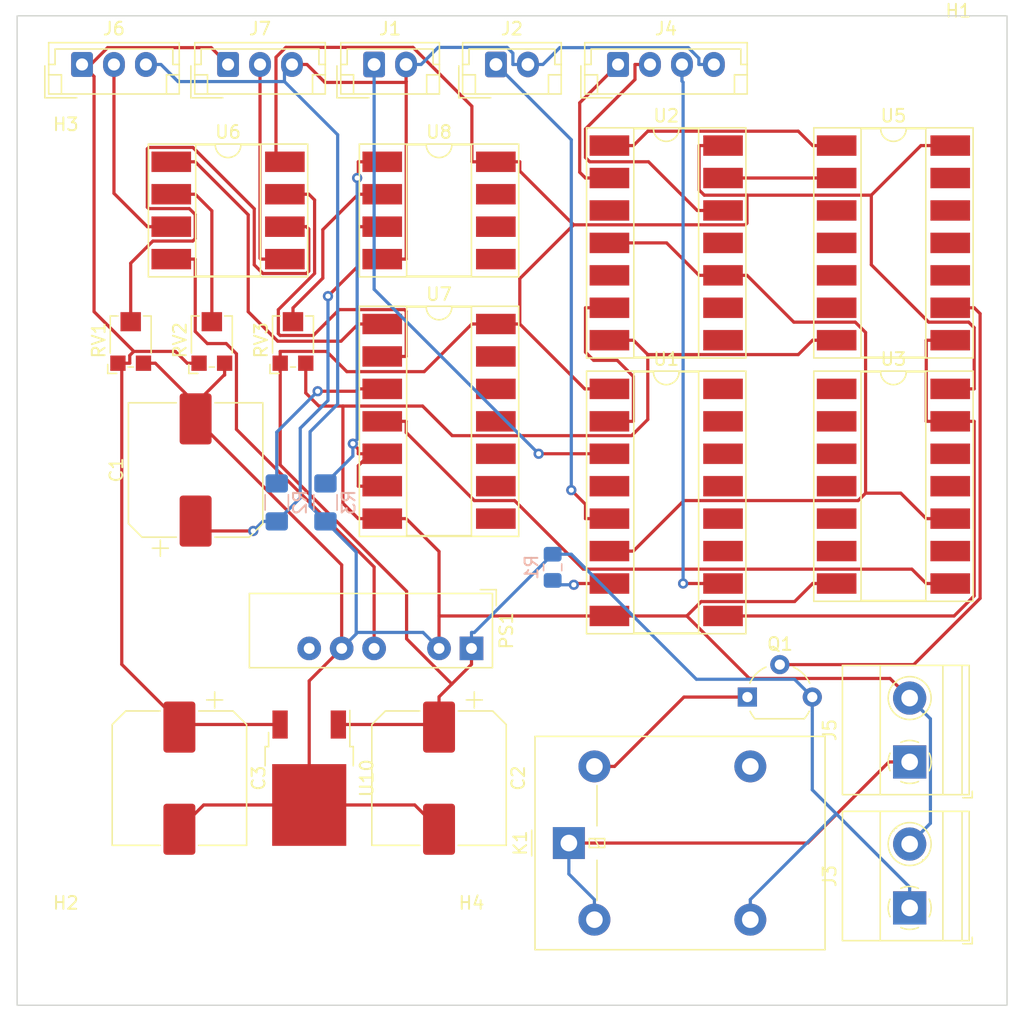
<source format=kicad_pcb>
(kicad_pcb (version 20171130) (host pcbnew 5.1.4-e60b266~84~ubuntu18.04.1)

  (general
    (thickness 1.6)
    (drawings 1)
    (tracks 351)
    (zones 0)
    (modules 31)
    (nets 30)
  )

  (page A4)
  (layers
    (0 F.Cu signal)
    (31 B.Cu signal)
    (32 B.Adhes user)
    (33 F.Adhes user)
    (34 B.Paste user)
    (35 F.Paste user)
    (36 B.SilkS user)
    (37 F.SilkS user)
    (38 B.Mask user)
    (39 F.Mask user)
    (40 Dwgs.User user)
    (41 Cmts.User user)
    (42 Eco1.User user)
    (43 Eco2.User user)
    (44 Edge.Cuts user)
    (45 Margin user)
    (46 B.CrtYd user)
    (47 F.CrtYd user)
    (48 B.Fab user)
    (49 F.Fab user)
  )

  (setup
    (last_trace_width 0.25)
    (trace_clearance 0.2)
    (zone_clearance 0.508)
    (zone_45_only no)
    (trace_min 0.2)
    (via_size 0.8)
    (via_drill 0.4)
    (via_min_size 0.4)
    (via_min_drill 0.3)
    (uvia_size 0.3)
    (uvia_drill 0.1)
    (uvias_allowed no)
    (uvia_min_size 0.2)
    (uvia_min_drill 0.1)
    (edge_width 0.1)
    (segment_width 0.2)
    (pcb_text_width 0.3)
    (pcb_text_size 1.5 1.5)
    (mod_edge_width 0.15)
    (mod_text_size 1 1)
    (mod_text_width 0.15)
    (pad_size 1.524 1.524)
    (pad_drill 0.762)
    (pad_to_mask_clearance 0)
    (aux_axis_origin 0 0)
    (grid_origin 121.92 135.89)
    (visible_elements FFFFFF7F)
    (pcbplotparams
      (layerselection 0x010fc_ffffffff)
      (usegerberextensions false)
      (usegerberattributes false)
      (usegerberadvancedattributes false)
      (creategerberjobfile false)
      (excludeedgelayer true)
      (linewidth 0.100000)
      (plotframeref false)
      (viasonmask false)
      (mode 1)
      (useauxorigin false)
      (hpglpennumber 1)
      (hpglpenspeed 20)
      (hpglpendiameter 15.000000)
      (psnegative false)
      (psa4output false)
      (plotreference true)
      (plotvalue true)
      (plotinvisibletext false)
      (padsonsilk false)
      (subtractmaskfromsilk false)
      (outputformat 1)
      (mirror false)
      (drillshape 1)
      (scaleselection 1)
      (outputdirectory ""))
  )

  (net 0 "")
  (net 1 "Net-(C1-Pad1)")
  (net 2 GND)
  (net 3 +VDC)
  (net 4 +5V)
  (net 5 /IMDStatus)
  (net 6 /AMSStatus)
  (net 7 /IMDIndicator)
  (net 8 /AMSIndicator)
  (net 9 /BSPDIndicator)
  (net 10 "Net-(J5-Pad1)")
  (net 11 /BSPDCircuit/CurrentSignal)
  (net 12 /BSPDCircuit/BrakeSignal)
  (net 13 -VDC)
  (net 14 "Net-(Q1-Pad2)")
  (net 15 /Reset)
  (net 16 "Net-(R2-Pad2)")
  (net 17 "Net-(R3-Pad2)")
  (net 18 "Net-(RV1-Pad2)")
  (net 19 "Net-(RV2-Pad2)")
  (net 20 "Net-(RV3-Pad2)")
  (net 21 "Net-(U1-Pad9)")
  (net 22 "Net-(U1-Pad2)")
  (net 23 "Net-(U1-Pad6)")
  (net 24 "Net-(U2-Pad13)")
  (net 25 "Net-(U2-Pad1)")
  (net 26 /BSPDCircuit/BSPDStatus)
  (net 27 "Net-(U6-Pad1)")
  (net 28 "Net-(U6-Pad7)")
  (net 29 "Net-(K1-Pad5)")

  (net_class Default "This is the default net class."
    (clearance 0.2)
    (trace_width 0.25)
    (via_dia 0.8)
    (via_drill 0.4)
    (uvia_dia 0.3)
    (uvia_drill 0.1)
    (add_net +5V)
    (add_net +VDC)
    (add_net -VDC)
    (add_net /AMSIndicator)
    (add_net /AMSStatus)
    (add_net /BSPDCircuit/BSPDStatus)
    (add_net /BSPDCircuit/BrakeSignal)
    (add_net /BSPDCircuit/CurrentSignal)
    (add_net /BSPDIndicator)
    (add_net /IMDIndicator)
    (add_net /IMDStatus)
    (add_net /Reset)
    (add_net GND)
    (add_net "Net-(C1-Pad1)")
    (add_net "Net-(J5-Pad1)")
    (add_net "Net-(K1-Pad5)")
    (add_net "Net-(Q1-Pad2)")
    (add_net "Net-(R2-Pad2)")
    (add_net "Net-(R3-Pad2)")
    (add_net "Net-(RV1-Pad2)")
    (add_net "Net-(RV2-Pad2)")
    (add_net "Net-(RV3-Pad2)")
    (add_net "Net-(U1-Pad2)")
    (add_net "Net-(U1-Pad6)")
    (add_net "Net-(U1-Pad9)")
    (add_net "Net-(U2-Pad1)")
    (add_net "Net-(U2-Pad13)")
    (add_net "Net-(U6-Pad1)")
    (add_net "Net-(U6-Pad7)")
  )

  (module MountingHole:MountingHole_3.2mm_M3 (layer F.Cu) (tedit 56D1B4CB) (tstamp 5DD13F1C)
    (at 158.75 130.81)
    (descr "Mounting Hole 3.2mm, no annular, M3")
    (tags "mounting hole 3.2mm no annular m3")
    (path /5E21179C)
    (attr virtual)
    (fp_text reference H4 (at 0 -4.2) (layer F.SilkS)
      (effects (font (size 1 1) (thickness 0.15)))
    )
    (fp_text value MountingHole (at 0 4.2) (layer F.Fab)
      (effects (font (size 1 1) (thickness 0.15)))
    )
    (fp_circle (center 0 0) (end 3.45 0) (layer F.CrtYd) (width 0.05))
    (fp_circle (center 0 0) (end 3.2 0) (layer Cmts.User) (width 0.15))
    (fp_text user %R (at 0.3 0) (layer F.Fab)
      (effects (font (size 1 1) (thickness 0.15)))
    )
    (pad 1 np_thru_hole circle (at 0 0) (size 3.2 3.2) (drill 3.2) (layers *.Cu *.Mask))
  )

  (module MountingHole:MountingHole_3.2mm_M3 (layer F.Cu) (tedit 56D1B4CB) (tstamp 5DD13F14)
    (at 127 69.85)
    (descr "Mounting Hole 3.2mm, no annular, M3")
    (tags "mounting hole 3.2mm no annular m3")
    (path /5E211506)
    (attr virtual)
    (fp_text reference H3 (at 0 -4.2) (layer F.SilkS)
      (effects (font (size 1 1) (thickness 0.15)))
    )
    (fp_text value MountingHole (at 0 4.2) (layer F.Fab)
      (effects (font (size 1 1) (thickness 0.15)))
    )
    (fp_circle (center 0 0) (end 3.45 0) (layer F.CrtYd) (width 0.05))
    (fp_circle (center 0 0) (end 3.2 0) (layer Cmts.User) (width 0.15))
    (fp_text user %R (at 0.3 0) (layer F.Fab)
      (effects (font (size 1 1) (thickness 0.15)))
    )
    (pad 1 np_thru_hole circle (at 0 0) (size 3.2 3.2) (drill 3.2) (layers *.Cu *.Mask))
  )

  (module MountingHole:MountingHole_3.2mm_M3 (layer F.Cu) (tedit 56D1B4CB) (tstamp 5DD13F0C)
    (at 127 130.81)
    (descr "Mounting Hole 3.2mm, no annular, M3")
    (tags "mounting hole 3.2mm no annular m3")
    (path /5E211237)
    (attr virtual)
    (fp_text reference H2 (at 0 -4.2) (layer F.SilkS)
      (effects (font (size 1 1) (thickness 0.15)))
    )
    (fp_text value MountingHole (at 0 4.2) (layer F.Fab)
      (effects (font (size 1 1) (thickness 0.15)))
    )
    (fp_circle (center 0 0) (end 3.45 0) (layer F.CrtYd) (width 0.05))
    (fp_circle (center 0 0) (end 3.2 0) (layer Cmts.User) (width 0.15))
    (fp_text user %R (at 0.3 0) (layer F.Fab)
      (effects (font (size 1 1) (thickness 0.15)))
    )
    (pad 1 np_thru_hole circle (at 0 0) (size 3.2 3.2) (drill 3.2) (layers *.Cu *.Mask))
  )

  (module MountingHole:MountingHole_3.2mm_M3 (layer F.Cu) (tedit 56D1B4CB) (tstamp 5DD1455C)
    (at 196.85 60.96)
    (descr "Mounting Hole 3.2mm, no annular, M3")
    (tags "mounting hole 3.2mm no annular m3")
    (path /5E210062)
    (attr virtual)
    (fp_text reference H1 (at 0 -4.2) (layer F.SilkS)
      (effects (font (size 1 1) (thickness 0.15)))
    )
    (fp_text value MountingHole (at 0 4.2) (layer F.Fab)
      (effects (font (size 1 1) (thickness 0.15)))
    )
    (fp_circle (center 0 0) (end 3.45 0) (layer F.CrtYd) (width 0.05))
    (fp_circle (center 0 0) (end 3.2 0) (layer Cmts.User) (width 0.15))
    (fp_text user %R (at 0.3 0) (layer F.Fab)
      (effects (font (size 1 1) (thickness 0.15)))
    )
    (pad 1 np_thru_hole circle (at 0 0) (size 3.2 3.2) (drill 3.2) (layers *.Cu *.Mask))
  )

  (module Package_TO_SOT_THT:TO-92L_Wide (layer F.Cu) (tedit 5A152D5B) (tstamp 5DD0A885)
    (at 180.34 110.49)
    (descr "TO-92L leads in-line (large body variant of TO-92), also known as TO-226, wide, drill 0.75mm (see https://www.diodes.com/assets/Package-Files/TO92L.pdf and http://www.ti.com/lit/an/snoa059/snoa059.pdf)")
    (tags "TO-92L Molded Wide transistor")
    (path /5DF10D8A)
    (fp_text reference Q1 (at 2.55 -4.15) (layer F.SilkS)
      (effects (font (size 1 1) (thickness 0.15)))
    )
    (fp_text value 2N2219 (at 2.54 2.79) (layer F.Fab)
      (effects (font (size 1 1) (thickness 0.15)))
    )
    (fp_arc (start 2.54 0) (end 4.45 1.7) (angle -15.88591585) (layer F.SilkS) (width 0.12))
    (fp_arc (start 2.54 0) (end 2.54 -2.48) (angle -130.2499344) (layer F.Fab) (width 0.1))
    (fp_arc (start 2.54 0) (end 2.54 -2.48) (angle 129.9527847) (layer F.Fab) (width 0.1))
    (fp_arc (start 2.54 0) (end 3.6 -2.35) (angle 40.72153779) (layer F.SilkS) (width 0.12))
    (fp_arc (start 2.54 0) (end 1.45 -2.35) (angle -40.11670855) (layer F.SilkS) (width 0.12))
    (fp_arc (start 2.54 0) (end 0.6 1.7) (angle 15.44288892) (layer F.SilkS) (width 0.12))
    (fp_line (start 0.65 1.6) (end 4.4 1.6) (layer F.Fab) (width 0.1))
    (fp_line (start 0.6 1.7) (end 4.45 1.7) (layer F.SilkS) (width 0.12))
    (fp_text user %R (at 2.55 0.05) (layer F.Fab)
      (effects (font (size 1 1) (thickness 0.15)))
    )
    (fp_line (start -1 1.85) (end 6.1 1.85) (layer B.CrtYd) (width 0.05))
    (fp_line (start 6.1 1.85) (end 6.1 -3.55) (layer B.CrtYd) (width 0.05))
    (fp_line (start 6.1 -3.55) (end -1 -3.55) (layer B.CrtYd) (width 0.05))
    (fp_line (start -1 -3.55) (end -1 1.85) (layer B.CrtYd) (width 0.05))
    (pad 1 thru_hole rect (at 0 0 90) (size 1.5 1.5) (drill 0.8) (layers *.Cu *.Mask)
      (net 29 "Net-(K1-Pad5)"))
    (pad 3 thru_hole circle (at 5.08 0 90) (size 1.5 1.5) (drill 0.8) (layers *.Cu *.Mask)
      (net 3 +VDC))
    (pad 2 thru_hole circle (at 2.54 -2.54 90) (size 1.5 1.5) (drill 0.8) (layers *.Cu *.Mask)
      (net 14 "Net-(Q1-Pad2)"))
    (model ${KISYS3DMOD}/Package_TO_SOT_THT.3dshapes/TO-92L_Wide.wrl
      (at (xyz 0 0 0))
      (scale (xyz 1 1 1))
      (rotate (xyz 0 0 0))
    )
  )

  (module Capacitor_SMD:CP_Elec_10x10 (layer F.Cu) (tedit 5BCA39D1) (tstamp 5DD060F1)
    (at 137.16 92.71 90)
    (descr "SMD capacitor, aluminum electrolytic, Nichicon, 10.0x10.0mm")
    (tags "capacitor electrolytic")
    (path /5DCD1DF1/5DD6F967)
    (attr smd)
    (fp_text reference C1 (at 0 -6.2 90) (layer F.SilkS)
      (effects (font (size 1 1) (thickness 0.15)))
    )
    (fp_text value CP (at 0 6.2 90) (layer F.Fab)
      (effects (font (size 1 1) (thickness 0.15)))
    )
    (fp_circle (center 0 0) (end 5 0) (layer F.Fab) (width 0.1))
    (fp_line (start 5.15 -5.15) (end 5.15 5.15) (layer F.Fab) (width 0.1))
    (fp_line (start -4.15 -5.15) (end 5.15 -5.15) (layer F.Fab) (width 0.1))
    (fp_line (start -4.15 5.15) (end 5.15 5.15) (layer F.Fab) (width 0.1))
    (fp_line (start -5.15 -4.15) (end -5.15 4.15) (layer F.Fab) (width 0.1))
    (fp_line (start -5.15 -4.15) (end -4.15 -5.15) (layer F.Fab) (width 0.1))
    (fp_line (start -5.15 4.15) (end -4.15 5.15) (layer F.Fab) (width 0.1))
    (fp_line (start -4.558325 -1.7) (end -3.558325 -1.7) (layer F.Fab) (width 0.1))
    (fp_line (start -4.058325 -2.2) (end -4.058325 -1.2) (layer F.Fab) (width 0.1))
    (fp_line (start 5.26 5.26) (end 5.26 1.51) (layer F.SilkS) (width 0.12))
    (fp_line (start 5.26 -5.26) (end 5.26 -1.51) (layer F.SilkS) (width 0.12))
    (fp_line (start -4.195563 -5.26) (end 5.26 -5.26) (layer F.SilkS) (width 0.12))
    (fp_line (start -4.195563 5.26) (end 5.26 5.26) (layer F.SilkS) (width 0.12))
    (fp_line (start -5.26 4.195563) (end -5.26 1.51) (layer F.SilkS) (width 0.12))
    (fp_line (start -5.26 -4.195563) (end -5.26 -1.51) (layer F.SilkS) (width 0.12))
    (fp_line (start -5.26 -4.195563) (end -4.195563 -5.26) (layer F.SilkS) (width 0.12))
    (fp_line (start -5.26 4.195563) (end -4.195563 5.26) (layer F.SilkS) (width 0.12))
    (fp_line (start -6.75 -2.76) (end -5.5 -2.76) (layer F.SilkS) (width 0.12))
    (fp_line (start -6.125 -3.385) (end -6.125 -2.135) (layer F.SilkS) (width 0.12))
    (fp_line (start 5.4 -5.4) (end 5.4 -1.5) (layer F.CrtYd) (width 0.05))
    (fp_line (start 5.4 -1.5) (end 6.25 -1.5) (layer F.CrtYd) (width 0.05))
    (fp_line (start 6.25 -1.5) (end 6.25 1.5) (layer F.CrtYd) (width 0.05))
    (fp_line (start 6.25 1.5) (end 5.4 1.5) (layer F.CrtYd) (width 0.05))
    (fp_line (start 5.4 1.5) (end 5.4 5.4) (layer F.CrtYd) (width 0.05))
    (fp_line (start -4.25 5.4) (end 5.4 5.4) (layer F.CrtYd) (width 0.05))
    (fp_line (start -4.25 -5.4) (end 5.4 -5.4) (layer F.CrtYd) (width 0.05))
    (fp_line (start -5.4 4.25) (end -4.25 5.4) (layer F.CrtYd) (width 0.05))
    (fp_line (start -5.4 -4.25) (end -4.25 -5.4) (layer F.CrtYd) (width 0.05))
    (fp_line (start -5.4 -4.25) (end -5.4 -1.5) (layer F.CrtYd) (width 0.05))
    (fp_line (start -5.4 1.5) (end -5.4 4.25) (layer F.CrtYd) (width 0.05))
    (fp_line (start -5.4 -1.5) (end -6.25 -1.5) (layer F.CrtYd) (width 0.05))
    (fp_line (start -6.25 -1.5) (end -6.25 1.5) (layer F.CrtYd) (width 0.05))
    (fp_line (start -6.25 1.5) (end -5.4 1.5) (layer F.CrtYd) (width 0.05))
    (fp_text user %R (at 0 0 90) (layer F.Fab)
      (effects (font (size 1 1) (thickness 0.15)))
    )
    (pad 1 smd roundrect (at -4 0 90) (size 4 2.5) (layers F.Cu F.Paste F.Mask) (roundrect_rratio 0.1)
      (net 1 "Net-(C1-Pad1)"))
    (pad 2 smd roundrect (at 4 0 90) (size 4 2.5) (layers F.Cu F.Paste F.Mask) (roundrect_rratio 0.1)
      (net 2 GND))
    (model ${KISYS3DMOD}/Capacitor_SMD.3dshapes/CP_Elec_10x10.wrl
      (at (xyz 0 0 0))
      (scale (xyz 1 1 1))
      (rotate (xyz 0 0 0))
    )
  )

  (module Capacitor_SMD:CP_Elec_10x10 (layer F.Cu) (tedit 5BCA39D1) (tstamp 5DD0C723)
    (at 156.21 116.84 270)
    (descr "SMD capacitor, aluminum electrolytic, Nichicon, 10.0x10.0mm")
    (tags "capacitor electrolytic")
    (path /5DCD1DF1/5DE2E437)
    (attr smd)
    (fp_text reference C2 (at 0 -6.2 90) (layer F.SilkS)
      (effects (font (size 1 1) (thickness 0.15)))
    )
    (fp_text value 470uF (at 0 6.2 90) (layer F.Fab)
      (effects (font (size 1 1) (thickness 0.15)))
    )
    (fp_text user %R (at 0 0 90) (layer F.Fab)
      (effects (font (size 1 1) (thickness 0.15)))
    )
    (fp_line (start -6.25 1.5) (end -5.4 1.5) (layer F.CrtYd) (width 0.05))
    (fp_line (start -6.25 -1.5) (end -6.25 1.5) (layer F.CrtYd) (width 0.05))
    (fp_line (start -5.4 -1.5) (end -6.25 -1.5) (layer F.CrtYd) (width 0.05))
    (fp_line (start -5.4 1.5) (end -5.4 4.25) (layer F.CrtYd) (width 0.05))
    (fp_line (start -5.4 -4.25) (end -5.4 -1.5) (layer F.CrtYd) (width 0.05))
    (fp_line (start -5.4 -4.25) (end -4.25 -5.4) (layer F.CrtYd) (width 0.05))
    (fp_line (start -5.4 4.25) (end -4.25 5.4) (layer F.CrtYd) (width 0.05))
    (fp_line (start -4.25 -5.4) (end 5.4 -5.4) (layer F.CrtYd) (width 0.05))
    (fp_line (start -4.25 5.4) (end 5.4 5.4) (layer F.CrtYd) (width 0.05))
    (fp_line (start 5.4 1.5) (end 5.4 5.4) (layer F.CrtYd) (width 0.05))
    (fp_line (start 6.25 1.5) (end 5.4 1.5) (layer F.CrtYd) (width 0.05))
    (fp_line (start 6.25 -1.5) (end 6.25 1.5) (layer F.CrtYd) (width 0.05))
    (fp_line (start 5.4 -1.5) (end 6.25 -1.5) (layer F.CrtYd) (width 0.05))
    (fp_line (start 5.4 -5.4) (end 5.4 -1.5) (layer F.CrtYd) (width 0.05))
    (fp_line (start -6.125 -3.385) (end -6.125 -2.135) (layer F.SilkS) (width 0.12))
    (fp_line (start -6.75 -2.76) (end -5.5 -2.76) (layer F.SilkS) (width 0.12))
    (fp_line (start -5.26 4.195563) (end -4.195563 5.26) (layer F.SilkS) (width 0.12))
    (fp_line (start -5.26 -4.195563) (end -4.195563 -5.26) (layer F.SilkS) (width 0.12))
    (fp_line (start -5.26 -4.195563) (end -5.26 -1.51) (layer F.SilkS) (width 0.12))
    (fp_line (start -5.26 4.195563) (end -5.26 1.51) (layer F.SilkS) (width 0.12))
    (fp_line (start -4.195563 5.26) (end 5.26 5.26) (layer F.SilkS) (width 0.12))
    (fp_line (start -4.195563 -5.26) (end 5.26 -5.26) (layer F.SilkS) (width 0.12))
    (fp_line (start 5.26 -5.26) (end 5.26 -1.51) (layer F.SilkS) (width 0.12))
    (fp_line (start 5.26 5.26) (end 5.26 1.51) (layer F.SilkS) (width 0.12))
    (fp_line (start -4.058325 -2.2) (end -4.058325 -1.2) (layer F.Fab) (width 0.1))
    (fp_line (start -4.558325 -1.7) (end -3.558325 -1.7) (layer F.Fab) (width 0.1))
    (fp_line (start -5.15 4.15) (end -4.15 5.15) (layer F.Fab) (width 0.1))
    (fp_line (start -5.15 -4.15) (end -4.15 -5.15) (layer F.Fab) (width 0.1))
    (fp_line (start -5.15 -4.15) (end -5.15 4.15) (layer F.Fab) (width 0.1))
    (fp_line (start -4.15 5.15) (end 5.15 5.15) (layer F.Fab) (width 0.1))
    (fp_line (start -4.15 -5.15) (end 5.15 -5.15) (layer F.Fab) (width 0.1))
    (fp_line (start 5.15 -5.15) (end 5.15 5.15) (layer F.Fab) (width 0.1))
    (fp_circle (center 0 0) (end 5 0) (layer F.Fab) (width 0.1))
    (pad 2 smd roundrect (at 4 0 270) (size 4 2.5) (layers F.Cu F.Paste F.Mask) (roundrect_rratio 0.1)
      (net 2 GND))
    (pad 1 smd roundrect (at -4 0 270) (size 4 2.5) (layers F.Cu F.Paste F.Mask) (roundrect_rratio 0.1)
      (net 3 +VDC))
    (model ${KISYS3DMOD}/Capacitor_SMD.3dshapes/CP_Elec_10x10.wrl
      (at (xyz 0 0 0))
      (scale (xyz 1 1 1))
      (rotate (xyz 0 0 0))
    )
  )

  (module Capacitor_SMD:CP_Elec_10x10 (layer F.Cu) (tedit 5BCA39D1) (tstamp 5DD0C801)
    (at 135.89 116.84 270)
    (descr "SMD capacitor, aluminum electrolytic, Nichicon, 10.0x10.0mm")
    (tags "capacitor electrolytic")
    (path /5DCD1DF1/5DE30A4F)
    (attr smd)
    (fp_text reference C3 (at 0 -6.2 90) (layer F.SilkS)
      (effects (font (size 1 1) (thickness 0.15)))
    )
    (fp_text value 470uF (at 0 6.2 90) (layer F.Fab)
      (effects (font (size 1 1) (thickness 0.15)))
    )
    (fp_circle (center 0 0) (end 5 0) (layer F.Fab) (width 0.1))
    (fp_line (start 5.15 -5.15) (end 5.15 5.15) (layer F.Fab) (width 0.1))
    (fp_line (start -4.15 -5.15) (end 5.15 -5.15) (layer F.Fab) (width 0.1))
    (fp_line (start -4.15 5.15) (end 5.15 5.15) (layer F.Fab) (width 0.1))
    (fp_line (start -5.15 -4.15) (end -5.15 4.15) (layer F.Fab) (width 0.1))
    (fp_line (start -5.15 -4.15) (end -4.15 -5.15) (layer F.Fab) (width 0.1))
    (fp_line (start -5.15 4.15) (end -4.15 5.15) (layer F.Fab) (width 0.1))
    (fp_line (start -4.558325 -1.7) (end -3.558325 -1.7) (layer F.Fab) (width 0.1))
    (fp_line (start -4.058325 -2.2) (end -4.058325 -1.2) (layer F.Fab) (width 0.1))
    (fp_line (start 5.26 5.26) (end 5.26 1.51) (layer F.SilkS) (width 0.12))
    (fp_line (start 5.26 -5.26) (end 5.26 -1.51) (layer F.SilkS) (width 0.12))
    (fp_line (start -4.195563 -5.26) (end 5.26 -5.26) (layer F.SilkS) (width 0.12))
    (fp_line (start -4.195563 5.26) (end 5.26 5.26) (layer F.SilkS) (width 0.12))
    (fp_line (start -5.26 4.195563) (end -5.26 1.51) (layer F.SilkS) (width 0.12))
    (fp_line (start -5.26 -4.195563) (end -5.26 -1.51) (layer F.SilkS) (width 0.12))
    (fp_line (start -5.26 -4.195563) (end -4.195563 -5.26) (layer F.SilkS) (width 0.12))
    (fp_line (start -5.26 4.195563) (end -4.195563 5.26) (layer F.SilkS) (width 0.12))
    (fp_line (start -6.75 -2.76) (end -5.5 -2.76) (layer F.SilkS) (width 0.12))
    (fp_line (start -6.125 -3.385) (end -6.125 -2.135) (layer F.SilkS) (width 0.12))
    (fp_line (start 5.4 -5.4) (end 5.4 -1.5) (layer F.CrtYd) (width 0.05))
    (fp_line (start 5.4 -1.5) (end 6.25 -1.5) (layer F.CrtYd) (width 0.05))
    (fp_line (start 6.25 -1.5) (end 6.25 1.5) (layer F.CrtYd) (width 0.05))
    (fp_line (start 6.25 1.5) (end 5.4 1.5) (layer F.CrtYd) (width 0.05))
    (fp_line (start 5.4 1.5) (end 5.4 5.4) (layer F.CrtYd) (width 0.05))
    (fp_line (start -4.25 5.4) (end 5.4 5.4) (layer F.CrtYd) (width 0.05))
    (fp_line (start -4.25 -5.4) (end 5.4 -5.4) (layer F.CrtYd) (width 0.05))
    (fp_line (start -5.4 4.25) (end -4.25 5.4) (layer F.CrtYd) (width 0.05))
    (fp_line (start -5.4 -4.25) (end -4.25 -5.4) (layer F.CrtYd) (width 0.05))
    (fp_line (start -5.4 -4.25) (end -5.4 -1.5) (layer F.CrtYd) (width 0.05))
    (fp_line (start -5.4 1.5) (end -5.4 4.25) (layer F.CrtYd) (width 0.05))
    (fp_line (start -5.4 -1.5) (end -6.25 -1.5) (layer F.CrtYd) (width 0.05))
    (fp_line (start -6.25 -1.5) (end -6.25 1.5) (layer F.CrtYd) (width 0.05))
    (fp_line (start -6.25 1.5) (end -5.4 1.5) (layer F.CrtYd) (width 0.05))
    (fp_text user %R (at 0 0 90) (layer F.Fab)
      (effects (font (size 1 1) (thickness 0.15)))
    )
    (pad 1 smd roundrect (at -4 0 270) (size 4 2.5) (layers F.Cu F.Paste F.Mask) (roundrect_rratio 0.1)
      (net 4 +5V))
    (pad 2 smd roundrect (at 4 0 270) (size 4 2.5) (layers F.Cu F.Paste F.Mask) (roundrect_rratio 0.1)
      (net 2 GND))
    (model ${KISYS3DMOD}/Capacitor_SMD.3dshapes/CP_Elec_10x10.wrl
      (at (xyz 0 0 0))
      (scale (xyz 1 1 1))
      (rotate (xyz 0 0 0))
    )
  )

  (module Connector_JST:JST_EH_B2B-EH-A_1x02_P2.50mm_Vertical (layer F.Cu) (tedit 5C28142C) (tstamp 5DD06161)
    (at 151.13 60.96)
    (descr "JST EH series connector, B2B-EH-A (http://www.jst-mfg.com/product/pdf/eng/eEH.pdf), generated with kicad-footprint-generator")
    (tags "connector JST EH vertical")
    (path /5DF53465)
    (fp_text reference J1 (at 1.25 -2.8) (layer F.SilkS)
      (effects (font (size 1 1) (thickness 0.15)))
    )
    (fp_text value Conn_01x02_Female (at 1.25 3.4) (layer F.Fab)
      (effects (font (size 1 1) (thickness 0.15)))
    )
    (fp_text user %R (at 1.25 1.5) (layer F.Fab)
      (effects (font (size 1 1) (thickness 0.15)))
    )
    (fp_line (start -2.91 2.61) (end -0.41 2.61) (layer F.Fab) (width 0.1))
    (fp_line (start -2.91 0.11) (end -2.91 2.61) (layer F.Fab) (width 0.1))
    (fp_line (start -2.91 2.61) (end -0.41 2.61) (layer F.SilkS) (width 0.12))
    (fp_line (start -2.91 0.11) (end -2.91 2.61) (layer F.SilkS) (width 0.12))
    (fp_line (start 4.11 0.81) (end 4.11 2.31) (layer F.SilkS) (width 0.12))
    (fp_line (start 5.11 0.81) (end 4.11 0.81) (layer F.SilkS) (width 0.12))
    (fp_line (start -1.61 0.81) (end -1.61 2.31) (layer F.SilkS) (width 0.12))
    (fp_line (start -2.61 0.81) (end -1.61 0.81) (layer F.SilkS) (width 0.12))
    (fp_line (start 4.61 0) (end 5.11 0) (layer F.SilkS) (width 0.12))
    (fp_line (start 4.61 -1.21) (end 4.61 0) (layer F.SilkS) (width 0.12))
    (fp_line (start -2.11 -1.21) (end 4.61 -1.21) (layer F.SilkS) (width 0.12))
    (fp_line (start -2.11 0) (end -2.11 -1.21) (layer F.SilkS) (width 0.12))
    (fp_line (start -2.61 0) (end -2.11 0) (layer F.SilkS) (width 0.12))
    (fp_line (start 5.11 -1.71) (end -2.61 -1.71) (layer F.SilkS) (width 0.12))
    (fp_line (start 5.11 2.31) (end 5.11 -1.71) (layer F.SilkS) (width 0.12))
    (fp_line (start -2.61 2.31) (end 5.11 2.31) (layer F.SilkS) (width 0.12))
    (fp_line (start -2.61 -1.71) (end -2.61 2.31) (layer F.SilkS) (width 0.12))
    (fp_line (start 5.5 -2.1) (end -3 -2.1) (layer F.CrtYd) (width 0.05))
    (fp_line (start 5.5 2.7) (end 5.5 -2.1) (layer F.CrtYd) (width 0.05))
    (fp_line (start -3 2.7) (end 5.5 2.7) (layer F.CrtYd) (width 0.05))
    (fp_line (start -3 -2.1) (end -3 2.7) (layer F.CrtYd) (width 0.05))
    (fp_line (start 5 -1.6) (end -2.5 -1.6) (layer F.Fab) (width 0.1))
    (fp_line (start 5 2.2) (end 5 -1.6) (layer F.Fab) (width 0.1))
    (fp_line (start -2.5 2.2) (end 5 2.2) (layer F.Fab) (width 0.1))
    (fp_line (start -2.5 -1.6) (end -2.5 2.2) (layer F.Fab) (width 0.1))
    (pad 2 thru_hole oval (at 2.5 0) (size 1.7 2) (drill 1) (layers *.Cu *.Mask)
      (net 2 GND))
    (pad 1 thru_hole roundrect (at 0 0) (size 1.7 2) (drill 1) (layers *.Cu *.Mask) (roundrect_rratio 0.147059)
      (net 5 /IMDStatus))
    (model ${KISYS3DMOD}/Connector_JST.3dshapes/JST_EH_B2B-EH-A_1x02_P2.50mm_Vertical.wrl
      (at (xyz 0 0 0))
      (scale (xyz 1 1 1))
      (rotate (xyz 0 0 0))
    )
  )

  (module Connector_JST:JST_EH_B2B-EH-A_1x02_P2.50mm_Vertical (layer F.Cu) (tedit 5C28142C) (tstamp 5DD06181)
    (at 160.665 60.96)
    (descr "JST EH series connector, B2B-EH-A (http://www.jst-mfg.com/product/pdf/eng/eEH.pdf), generated with kicad-footprint-generator")
    (tags "connector JST EH vertical")
    (path /5DF59D0E)
    (fp_text reference J2 (at 1.25 -2.8) (layer F.SilkS)
      (effects (font (size 1 1) (thickness 0.15)))
    )
    (fp_text value Conn_01x02_Female (at 1.25 3.4) (layer F.Fab)
      (effects (font (size 1 1) (thickness 0.15)))
    )
    (fp_line (start -2.5 -1.6) (end -2.5 2.2) (layer F.Fab) (width 0.1))
    (fp_line (start -2.5 2.2) (end 5 2.2) (layer F.Fab) (width 0.1))
    (fp_line (start 5 2.2) (end 5 -1.6) (layer F.Fab) (width 0.1))
    (fp_line (start 5 -1.6) (end -2.5 -1.6) (layer F.Fab) (width 0.1))
    (fp_line (start -3 -2.1) (end -3 2.7) (layer F.CrtYd) (width 0.05))
    (fp_line (start -3 2.7) (end 5.5 2.7) (layer F.CrtYd) (width 0.05))
    (fp_line (start 5.5 2.7) (end 5.5 -2.1) (layer F.CrtYd) (width 0.05))
    (fp_line (start 5.5 -2.1) (end -3 -2.1) (layer F.CrtYd) (width 0.05))
    (fp_line (start -2.61 -1.71) (end -2.61 2.31) (layer F.SilkS) (width 0.12))
    (fp_line (start -2.61 2.31) (end 5.11 2.31) (layer F.SilkS) (width 0.12))
    (fp_line (start 5.11 2.31) (end 5.11 -1.71) (layer F.SilkS) (width 0.12))
    (fp_line (start 5.11 -1.71) (end -2.61 -1.71) (layer F.SilkS) (width 0.12))
    (fp_line (start -2.61 0) (end -2.11 0) (layer F.SilkS) (width 0.12))
    (fp_line (start -2.11 0) (end -2.11 -1.21) (layer F.SilkS) (width 0.12))
    (fp_line (start -2.11 -1.21) (end 4.61 -1.21) (layer F.SilkS) (width 0.12))
    (fp_line (start 4.61 -1.21) (end 4.61 0) (layer F.SilkS) (width 0.12))
    (fp_line (start 4.61 0) (end 5.11 0) (layer F.SilkS) (width 0.12))
    (fp_line (start -2.61 0.81) (end -1.61 0.81) (layer F.SilkS) (width 0.12))
    (fp_line (start -1.61 0.81) (end -1.61 2.31) (layer F.SilkS) (width 0.12))
    (fp_line (start 5.11 0.81) (end 4.11 0.81) (layer F.SilkS) (width 0.12))
    (fp_line (start 4.11 0.81) (end 4.11 2.31) (layer F.SilkS) (width 0.12))
    (fp_line (start -2.91 0.11) (end -2.91 2.61) (layer F.SilkS) (width 0.12))
    (fp_line (start -2.91 2.61) (end -0.41 2.61) (layer F.SilkS) (width 0.12))
    (fp_line (start -2.91 0.11) (end -2.91 2.61) (layer F.Fab) (width 0.1))
    (fp_line (start -2.91 2.61) (end -0.41 2.61) (layer F.Fab) (width 0.1))
    (fp_text user %R (at 1.25 1.5) (layer F.Fab)
      (effects (font (size 1 1) (thickness 0.15)))
    )
    (pad 1 thru_hole roundrect (at 0 0) (size 1.7 2) (drill 1) (layers *.Cu *.Mask) (roundrect_rratio 0.147059)
      (net 6 /AMSStatus))
    (pad 2 thru_hole oval (at 2.5 0) (size 1.7 2) (drill 1) (layers *.Cu *.Mask)
      (net 2 GND))
    (model ${KISYS3DMOD}/Connector_JST.3dshapes/JST_EH_B2B-EH-A_1x02_P2.50mm_Vertical.wrl
      (at (xyz 0 0 0))
      (scale (xyz 1 1 1))
      (rotate (xyz 0 0 0))
    )
  )

  (module TerminalBlock_Phoenix:TerminalBlock_Phoenix_MKDS-1,5-2_1x02_P5.00mm_Horizontal (layer F.Cu) (tedit 5B294EE5) (tstamp 5DD0A600)
    (at 193.04 127 90)
    (descr "Terminal Block Phoenix MKDS-1,5-2, 2 pins, pitch 5mm, size 10x9.8mm^2, drill diamater 1.3mm, pad diameter 2.6mm, see http://www.farnell.com/datasheets/100425.pdf, script-generated using https://github.com/pointhi/kicad-footprint-generator/scripts/TerminalBlock_Phoenix")
    (tags "THT Terminal Block Phoenix MKDS-1,5-2 pitch 5mm size 10x9.8mm^2 drill 1.3mm pad 2.6mm")
    (path /5DF63779)
    (fp_text reference J3 (at 2.5 -6.26 90) (layer F.SilkS)
      (effects (font (size 1 1) (thickness 0.15)))
    )
    (fp_text value ShutdownCircuitCon (at 2.5 5.66 90) (layer F.Fab)
      (effects (font (size 1 1) (thickness 0.15)))
    )
    (fp_text user %R (at 2.5 3.2 90) (layer F.Fab)
      (effects (font (size 1 1) (thickness 0.15)))
    )
    (fp_line (start 8 -5.71) (end -3 -5.71) (layer F.CrtYd) (width 0.05))
    (fp_line (start 8 5.1) (end 8 -5.71) (layer F.CrtYd) (width 0.05))
    (fp_line (start -3 5.1) (end 8 5.1) (layer F.CrtYd) (width 0.05))
    (fp_line (start -3 -5.71) (end -3 5.1) (layer F.CrtYd) (width 0.05))
    (fp_line (start -2.8 4.9) (end -2.3 4.9) (layer F.SilkS) (width 0.12))
    (fp_line (start -2.8 4.16) (end -2.8 4.9) (layer F.SilkS) (width 0.12))
    (fp_line (start 3.773 1.023) (end 3.726 1.069) (layer F.SilkS) (width 0.12))
    (fp_line (start 6.07 -1.275) (end 6.035 -1.239) (layer F.SilkS) (width 0.12))
    (fp_line (start 3.966 1.239) (end 3.931 1.274) (layer F.SilkS) (width 0.12))
    (fp_line (start 6.275 -1.069) (end 6.228 -1.023) (layer F.SilkS) (width 0.12))
    (fp_line (start 5.955 -1.138) (end 3.863 0.955) (layer F.Fab) (width 0.1))
    (fp_line (start 6.138 -0.955) (end 4.046 1.138) (layer F.Fab) (width 0.1))
    (fp_line (start 0.955 -1.138) (end -1.138 0.955) (layer F.Fab) (width 0.1))
    (fp_line (start 1.138 -0.955) (end -0.955 1.138) (layer F.Fab) (width 0.1))
    (fp_line (start 7.56 -5.261) (end 7.56 4.66) (layer F.SilkS) (width 0.12))
    (fp_line (start -2.56 -5.261) (end -2.56 4.66) (layer F.SilkS) (width 0.12))
    (fp_line (start -2.56 4.66) (end 7.56 4.66) (layer F.SilkS) (width 0.12))
    (fp_line (start -2.56 -5.261) (end 7.56 -5.261) (layer F.SilkS) (width 0.12))
    (fp_line (start -2.56 -2.301) (end 7.56 -2.301) (layer F.SilkS) (width 0.12))
    (fp_line (start -2.5 -2.3) (end 7.5 -2.3) (layer F.Fab) (width 0.1))
    (fp_line (start -2.56 2.6) (end 7.56 2.6) (layer F.SilkS) (width 0.12))
    (fp_line (start -2.5 2.6) (end 7.5 2.6) (layer F.Fab) (width 0.1))
    (fp_line (start -2.56 4.1) (end 7.56 4.1) (layer F.SilkS) (width 0.12))
    (fp_line (start -2.5 4.1) (end 7.5 4.1) (layer F.Fab) (width 0.1))
    (fp_line (start -2.5 4.1) (end -2.5 -5.2) (layer F.Fab) (width 0.1))
    (fp_line (start -2 4.6) (end -2.5 4.1) (layer F.Fab) (width 0.1))
    (fp_line (start 7.5 4.6) (end -2 4.6) (layer F.Fab) (width 0.1))
    (fp_line (start 7.5 -5.2) (end 7.5 4.6) (layer F.Fab) (width 0.1))
    (fp_line (start -2.5 -5.2) (end 7.5 -5.2) (layer F.Fab) (width 0.1))
    (fp_circle (center 5 0) (end 6.68 0) (layer F.SilkS) (width 0.12))
    (fp_circle (center 5 0) (end 6.5 0) (layer F.Fab) (width 0.1))
    (fp_circle (center 0 0) (end 1.5 0) (layer F.Fab) (width 0.1))
    (fp_arc (start 0 0) (end -0.684 1.535) (angle -25) (layer F.SilkS) (width 0.12))
    (fp_arc (start 0 0) (end -1.535 -0.684) (angle -48) (layer F.SilkS) (width 0.12))
    (fp_arc (start 0 0) (end 0.684 -1.535) (angle -48) (layer F.SilkS) (width 0.12))
    (fp_arc (start 0 0) (end 1.535 0.684) (angle -48) (layer F.SilkS) (width 0.12))
    (fp_arc (start 0 0) (end 0 1.68) (angle -24) (layer F.SilkS) (width 0.12))
    (pad 2 thru_hole circle (at 5 0 90) (size 2.6 2.6) (drill 1.3) (layers *.Cu *.Mask)
      (net 2 GND))
    (pad 1 thru_hole rect (at 0 0 90) (size 2.6 2.6) (drill 1.3) (layers *.Cu *.Mask)
      (net 3 +VDC))
    (model ${KISYS3DMOD}/TerminalBlock_Phoenix.3dshapes/TerminalBlock_Phoenix_MKDS-1,5-2_1x02_P5.00mm_Horizontal.wrl
      (at (xyz 0 0 0))
      (scale (xyz 1 1 1))
      (rotate (xyz 0 0 0))
    )
  )

  (module Connector_JST:JST_EH_B4B-EH-A_1x04_P2.50mm_Vertical (layer F.Cu) (tedit 5C28142C) (tstamp 5DD061CF)
    (at 170.22 60.96)
    (descr "JST EH series connector, B4B-EH-A (http://www.jst-mfg.com/product/pdf/eng/eEH.pdf), generated with kicad-footprint-generator")
    (tags "connector JST EH vertical")
    (path /5DF6CDE9)
    (fp_text reference J4 (at 3.75 -2.8) (layer F.SilkS)
      (effects (font (size 1 1) (thickness 0.15)))
    )
    (fp_text value IndicatorCon (at 3.75 3.4) (layer F.Fab)
      (effects (font (size 1 1) (thickness 0.15)))
    )
    (fp_line (start -2.5 -1.6) (end -2.5 2.2) (layer F.Fab) (width 0.1))
    (fp_line (start -2.5 2.2) (end 10 2.2) (layer F.Fab) (width 0.1))
    (fp_line (start 10 2.2) (end 10 -1.6) (layer F.Fab) (width 0.1))
    (fp_line (start 10 -1.6) (end -2.5 -1.6) (layer F.Fab) (width 0.1))
    (fp_line (start -3 -2.1) (end -3 2.7) (layer F.CrtYd) (width 0.05))
    (fp_line (start -3 2.7) (end 10.5 2.7) (layer F.CrtYd) (width 0.05))
    (fp_line (start 10.5 2.7) (end 10.5 -2.1) (layer F.CrtYd) (width 0.05))
    (fp_line (start 10.5 -2.1) (end -3 -2.1) (layer F.CrtYd) (width 0.05))
    (fp_line (start -2.61 -1.71) (end -2.61 2.31) (layer F.SilkS) (width 0.12))
    (fp_line (start -2.61 2.31) (end 10.11 2.31) (layer F.SilkS) (width 0.12))
    (fp_line (start 10.11 2.31) (end 10.11 -1.71) (layer F.SilkS) (width 0.12))
    (fp_line (start 10.11 -1.71) (end -2.61 -1.71) (layer F.SilkS) (width 0.12))
    (fp_line (start -2.61 0) (end -2.11 0) (layer F.SilkS) (width 0.12))
    (fp_line (start -2.11 0) (end -2.11 -1.21) (layer F.SilkS) (width 0.12))
    (fp_line (start -2.11 -1.21) (end 9.61 -1.21) (layer F.SilkS) (width 0.12))
    (fp_line (start 9.61 -1.21) (end 9.61 0) (layer F.SilkS) (width 0.12))
    (fp_line (start 9.61 0) (end 10.11 0) (layer F.SilkS) (width 0.12))
    (fp_line (start -2.61 0.81) (end -1.61 0.81) (layer F.SilkS) (width 0.12))
    (fp_line (start -1.61 0.81) (end -1.61 2.31) (layer F.SilkS) (width 0.12))
    (fp_line (start 10.11 0.81) (end 9.11 0.81) (layer F.SilkS) (width 0.12))
    (fp_line (start 9.11 0.81) (end 9.11 2.31) (layer F.SilkS) (width 0.12))
    (fp_line (start -2.91 0.11) (end -2.91 2.61) (layer F.SilkS) (width 0.12))
    (fp_line (start -2.91 2.61) (end -0.41 2.61) (layer F.SilkS) (width 0.12))
    (fp_line (start -2.91 0.11) (end -2.91 2.61) (layer F.Fab) (width 0.1))
    (fp_line (start -2.91 2.61) (end -0.41 2.61) (layer F.Fab) (width 0.1))
    (fp_text user %R (at 3.75 1.5) (layer F.Fab)
      (effects (font (size 1 1) (thickness 0.15)))
    )
    (pad 1 thru_hole roundrect (at 0 0) (size 1.7 1.95) (drill 0.95) (layers *.Cu *.Mask) (roundrect_rratio 0.147059)
      (net 7 /IMDIndicator))
    (pad 2 thru_hole oval (at 2.5 0) (size 1.7 1.95) (drill 0.95) (layers *.Cu *.Mask)
      (net 8 /AMSIndicator))
    (pad 3 thru_hole oval (at 5 0) (size 1.7 1.95) (drill 0.95) (layers *.Cu *.Mask)
      (net 9 /BSPDIndicator))
    (pad 4 thru_hole oval (at 7.5 0) (size 1.7 1.95) (drill 0.95) (layers *.Cu *.Mask)
      (net 2 GND))
    (model ${KISYS3DMOD}/Connector_JST.3dshapes/JST_EH_B4B-EH-A_1x04_P2.50mm_Vertical.wrl
      (at (xyz 0 0 0))
      (scale (xyz 1 1 1))
      (rotate (xyz 0 0 0))
    )
  )

  (module TerminalBlock_Phoenix:TerminalBlock_Phoenix_MKDS-1,5-2_1x02_P5.00mm_Horizontal (layer F.Cu) (tedit 5B294EE5) (tstamp 5DD061FB)
    (at 193.04 115.57 90)
    (descr "Terminal Block Phoenix MKDS-1,5-2, 2 pins, pitch 5mm, size 10x9.8mm^2, drill diamater 1.3mm, pad diameter 2.6mm, see http://www.farnell.com/datasheets/100425.pdf, script-generated using https://github.com/pointhi/kicad-footprint-generator/scripts/TerminalBlock_Phoenix")
    (tags "THT Terminal Block Phoenix MKDS-1,5-2 pitch 5mm size 10x9.8mm^2 drill 1.3mm pad 2.6mm")
    (path /5DF2258A)
    (fp_text reference J5 (at 2.5 -6.26 90) (layer F.SilkS)
      (effects (font (size 1 1) (thickness 0.15)))
    )
    (fp_text value ShutdownCircuitCon (at 2.5 5.66 90) (layer F.Fab)
      (effects (font (size 1 1) (thickness 0.15)))
    )
    (fp_arc (start 0 0) (end 0 1.68) (angle -24) (layer F.SilkS) (width 0.12))
    (fp_arc (start 0 0) (end 1.535 0.684) (angle -48) (layer F.SilkS) (width 0.12))
    (fp_arc (start 0 0) (end 0.684 -1.535) (angle -48) (layer F.SilkS) (width 0.12))
    (fp_arc (start 0 0) (end -1.535 -0.684) (angle -48) (layer F.SilkS) (width 0.12))
    (fp_arc (start 0 0) (end -0.684 1.535) (angle -25) (layer F.SilkS) (width 0.12))
    (fp_circle (center 0 0) (end 1.5 0) (layer F.Fab) (width 0.1))
    (fp_circle (center 5 0) (end 6.5 0) (layer F.Fab) (width 0.1))
    (fp_circle (center 5 0) (end 6.68 0) (layer F.SilkS) (width 0.12))
    (fp_line (start -2.5 -5.2) (end 7.5 -5.2) (layer F.Fab) (width 0.1))
    (fp_line (start 7.5 -5.2) (end 7.5 4.6) (layer F.Fab) (width 0.1))
    (fp_line (start 7.5 4.6) (end -2 4.6) (layer F.Fab) (width 0.1))
    (fp_line (start -2 4.6) (end -2.5 4.1) (layer F.Fab) (width 0.1))
    (fp_line (start -2.5 4.1) (end -2.5 -5.2) (layer F.Fab) (width 0.1))
    (fp_line (start -2.5 4.1) (end 7.5 4.1) (layer F.Fab) (width 0.1))
    (fp_line (start -2.56 4.1) (end 7.56 4.1) (layer F.SilkS) (width 0.12))
    (fp_line (start -2.5 2.6) (end 7.5 2.6) (layer F.Fab) (width 0.1))
    (fp_line (start -2.56 2.6) (end 7.56 2.6) (layer F.SilkS) (width 0.12))
    (fp_line (start -2.5 -2.3) (end 7.5 -2.3) (layer F.Fab) (width 0.1))
    (fp_line (start -2.56 -2.301) (end 7.56 -2.301) (layer F.SilkS) (width 0.12))
    (fp_line (start -2.56 -5.261) (end 7.56 -5.261) (layer F.SilkS) (width 0.12))
    (fp_line (start -2.56 4.66) (end 7.56 4.66) (layer F.SilkS) (width 0.12))
    (fp_line (start -2.56 -5.261) (end -2.56 4.66) (layer F.SilkS) (width 0.12))
    (fp_line (start 7.56 -5.261) (end 7.56 4.66) (layer F.SilkS) (width 0.12))
    (fp_line (start 1.138 -0.955) (end -0.955 1.138) (layer F.Fab) (width 0.1))
    (fp_line (start 0.955 -1.138) (end -1.138 0.955) (layer F.Fab) (width 0.1))
    (fp_line (start 6.138 -0.955) (end 4.046 1.138) (layer F.Fab) (width 0.1))
    (fp_line (start 5.955 -1.138) (end 3.863 0.955) (layer F.Fab) (width 0.1))
    (fp_line (start 6.275 -1.069) (end 6.228 -1.023) (layer F.SilkS) (width 0.12))
    (fp_line (start 3.966 1.239) (end 3.931 1.274) (layer F.SilkS) (width 0.12))
    (fp_line (start 6.07 -1.275) (end 6.035 -1.239) (layer F.SilkS) (width 0.12))
    (fp_line (start 3.773 1.023) (end 3.726 1.069) (layer F.SilkS) (width 0.12))
    (fp_line (start -2.8 4.16) (end -2.8 4.9) (layer F.SilkS) (width 0.12))
    (fp_line (start -2.8 4.9) (end -2.3 4.9) (layer F.SilkS) (width 0.12))
    (fp_line (start -3 -5.71) (end -3 5.1) (layer F.CrtYd) (width 0.05))
    (fp_line (start -3 5.1) (end 8 5.1) (layer F.CrtYd) (width 0.05))
    (fp_line (start 8 5.1) (end 8 -5.71) (layer F.CrtYd) (width 0.05))
    (fp_line (start 8 -5.71) (end -3 -5.71) (layer F.CrtYd) (width 0.05))
    (fp_text user %R (at 2.5 3.2 90) (layer F.Fab)
      (effects (font (size 1 1) (thickness 0.15)))
    )
    (pad 1 thru_hole rect (at 0 0 90) (size 2.6 2.6) (drill 1.3) (layers *.Cu *.Mask)
      (net 10 "Net-(J5-Pad1)"))
    (pad 2 thru_hole circle (at 5 0 90) (size 2.6 2.6) (drill 1.3) (layers *.Cu *.Mask)
      (net 2 GND))
    (model ${KISYS3DMOD}/TerminalBlock_Phoenix.3dshapes/TerminalBlock_Phoenix_MKDS-1,5-2_1x02_P5.00mm_Horizontal.wrl
      (at (xyz 0 0 0))
      (scale (xyz 1 1 1))
      (rotate (xyz 0 0 0))
    )
  )

  (module Connector_JST:JST_EH_B3B-EH-A_1x03_P2.50mm_Vertical (layer F.Cu) (tedit 5C28142C) (tstamp 5DD0621C)
    (at 128.27 60.96)
    (descr "JST EH series connector, B3B-EH-A (http://www.jst-mfg.com/product/pdf/eng/eEH.pdf), generated with kicad-footprint-generator")
    (tags "connector JST EH vertical")
    (path /5DCD1DF1/5DDBDE3B)
    (fp_text reference J6 (at 2.5 -2.8) (layer F.SilkS)
      (effects (font (size 1 1) (thickness 0.15)))
    )
    (fp_text value CurrentCon (at 2.5 3.4) (layer F.Fab)
      (effects (font (size 1 1) (thickness 0.15)))
    )
    (fp_line (start -2.5 -1.6) (end -2.5 2.2) (layer F.Fab) (width 0.1))
    (fp_line (start -2.5 2.2) (end 7.5 2.2) (layer F.Fab) (width 0.1))
    (fp_line (start 7.5 2.2) (end 7.5 -1.6) (layer F.Fab) (width 0.1))
    (fp_line (start 7.5 -1.6) (end -2.5 -1.6) (layer F.Fab) (width 0.1))
    (fp_line (start -3 -2.1) (end -3 2.7) (layer F.CrtYd) (width 0.05))
    (fp_line (start -3 2.7) (end 8 2.7) (layer F.CrtYd) (width 0.05))
    (fp_line (start 8 2.7) (end 8 -2.1) (layer F.CrtYd) (width 0.05))
    (fp_line (start 8 -2.1) (end -3 -2.1) (layer F.CrtYd) (width 0.05))
    (fp_line (start -2.61 -1.71) (end -2.61 2.31) (layer F.SilkS) (width 0.12))
    (fp_line (start -2.61 2.31) (end 7.61 2.31) (layer F.SilkS) (width 0.12))
    (fp_line (start 7.61 2.31) (end 7.61 -1.71) (layer F.SilkS) (width 0.12))
    (fp_line (start 7.61 -1.71) (end -2.61 -1.71) (layer F.SilkS) (width 0.12))
    (fp_line (start -2.61 0) (end -2.11 0) (layer F.SilkS) (width 0.12))
    (fp_line (start -2.11 0) (end -2.11 -1.21) (layer F.SilkS) (width 0.12))
    (fp_line (start -2.11 -1.21) (end 7.11 -1.21) (layer F.SilkS) (width 0.12))
    (fp_line (start 7.11 -1.21) (end 7.11 0) (layer F.SilkS) (width 0.12))
    (fp_line (start 7.11 0) (end 7.61 0) (layer F.SilkS) (width 0.12))
    (fp_line (start -2.61 0.81) (end -1.61 0.81) (layer F.SilkS) (width 0.12))
    (fp_line (start -1.61 0.81) (end -1.61 2.31) (layer F.SilkS) (width 0.12))
    (fp_line (start 7.61 0.81) (end 6.61 0.81) (layer F.SilkS) (width 0.12))
    (fp_line (start 6.61 0.81) (end 6.61 2.31) (layer F.SilkS) (width 0.12))
    (fp_line (start -2.91 0.11) (end -2.91 2.61) (layer F.SilkS) (width 0.12))
    (fp_line (start -2.91 2.61) (end -0.41 2.61) (layer F.SilkS) (width 0.12))
    (fp_line (start -2.91 0.11) (end -2.91 2.61) (layer F.Fab) (width 0.1))
    (fp_line (start -2.91 2.61) (end -0.41 2.61) (layer F.Fab) (width 0.1))
    (fp_text user %R (at 2.5 1.5) (layer F.Fab)
      (effects (font (size 1 1) (thickness 0.15)))
    )
    (pad 1 thru_hole roundrect (at 0 0) (size 1.7 1.95) (drill 0.95) (layers *.Cu *.Mask) (roundrect_rratio 0.147059)
      (net 4 +5V))
    (pad 2 thru_hole oval (at 2.5 0) (size 1.7 1.95) (drill 0.95) (layers *.Cu *.Mask)
      (net 11 /BSPDCircuit/CurrentSignal))
    (pad 3 thru_hole oval (at 5 0) (size 1.7 1.95) (drill 0.95) (layers *.Cu *.Mask)
      (net 2 GND))
    (model ${KISYS3DMOD}/Connector_JST.3dshapes/JST_EH_B3B-EH-A_1x03_P2.50mm_Vertical.wrl
      (at (xyz 0 0 0))
      (scale (xyz 1 1 1))
      (rotate (xyz 0 0 0))
    )
  )

  (module Connector_JST:JST_EH_B3B-EH-A_1x03_P2.50mm_Vertical (layer F.Cu) (tedit 5C28142C) (tstamp 5DD0623D)
    (at 139.7 60.96)
    (descr "JST EH series connector, B3B-EH-A (http://www.jst-mfg.com/product/pdf/eng/eEH.pdf), generated with kicad-footprint-generator")
    (tags "connector JST EH vertical")
    (path /5DCD1DF1/5DDD085D)
    (fp_text reference J7 (at 2.5 -2.8) (layer F.SilkS)
      (effects (font (size 1 1) (thickness 0.15)))
    )
    (fp_text value BrakeCon (at 2.5 3.4) (layer F.Fab)
      (effects (font (size 1 1) (thickness 0.15)))
    )
    (fp_text user %R (at 2.5 1.5) (layer F.Fab)
      (effects (font (size 1 1) (thickness 0.15)))
    )
    (fp_line (start -2.91 2.61) (end -0.41 2.61) (layer F.Fab) (width 0.1))
    (fp_line (start -2.91 0.11) (end -2.91 2.61) (layer F.Fab) (width 0.1))
    (fp_line (start -2.91 2.61) (end -0.41 2.61) (layer F.SilkS) (width 0.12))
    (fp_line (start -2.91 0.11) (end -2.91 2.61) (layer F.SilkS) (width 0.12))
    (fp_line (start 6.61 0.81) (end 6.61 2.31) (layer F.SilkS) (width 0.12))
    (fp_line (start 7.61 0.81) (end 6.61 0.81) (layer F.SilkS) (width 0.12))
    (fp_line (start -1.61 0.81) (end -1.61 2.31) (layer F.SilkS) (width 0.12))
    (fp_line (start -2.61 0.81) (end -1.61 0.81) (layer F.SilkS) (width 0.12))
    (fp_line (start 7.11 0) (end 7.61 0) (layer F.SilkS) (width 0.12))
    (fp_line (start 7.11 -1.21) (end 7.11 0) (layer F.SilkS) (width 0.12))
    (fp_line (start -2.11 -1.21) (end 7.11 -1.21) (layer F.SilkS) (width 0.12))
    (fp_line (start -2.11 0) (end -2.11 -1.21) (layer F.SilkS) (width 0.12))
    (fp_line (start -2.61 0) (end -2.11 0) (layer F.SilkS) (width 0.12))
    (fp_line (start 7.61 -1.71) (end -2.61 -1.71) (layer F.SilkS) (width 0.12))
    (fp_line (start 7.61 2.31) (end 7.61 -1.71) (layer F.SilkS) (width 0.12))
    (fp_line (start -2.61 2.31) (end 7.61 2.31) (layer F.SilkS) (width 0.12))
    (fp_line (start -2.61 -1.71) (end -2.61 2.31) (layer F.SilkS) (width 0.12))
    (fp_line (start 8 -2.1) (end -3 -2.1) (layer F.CrtYd) (width 0.05))
    (fp_line (start 8 2.7) (end 8 -2.1) (layer F.CrtYd) (width 0.05))
    (fp_line (start -3 2.7) (end 8 2.7) (layer F.CrtYd) (width 0.05))
    (fp_line (start -3 -2.1) (end -3 2.7) (layer F.CrtYd) (width 0.05))
    (fp_line (start 7.5 -1.6) (end -2.5 -1.6) (layer F.Fab) (width 0.1))
    (fp_line (start 7.5 2.2) (end 7.5 -1.6) (layer F.Fab) (width 0.1))
    (fp_line (start -2.5 2.2) (end 7.5 2.2) (layer F.Fab) (width 0.1))
    (fp_line (start -2.5 -1.6) (end -2.5 2.2) (layer F.Fab) (width 0.1))
    (pad 3 thru_hole oval (at 5 0) (size 1.7 1.95) (drill 0.95) (layers *.Cu *.Mask)
      (net 2 GND))
    (pad 2 thru_hole oval (at 2.5 0) (size 1.7 1.95) (drill 0.95) (layers *.Cu *.Mask)
      (net 12 /BSPDCircuit/BrakeSignal))
    (pad 1 thru_hole roundrect (at 0 0) (size 1.7 1.95) (drill 0.95) (layers *.Cu *.Mask) (roundrect_rratio 0.147059)
      (net 4 +5V))
    (model ${KISYS3DMOD}/Connector_JST.3dshapes/JST_EH_B3B-EH-A_1x03_P2.50mm_Vertical.wrl
      (at (xyz 0 0 0))
      (scale (xyz 1 1 1))
      (rotate (xyz 0 0 0))
    )
  )

  (module Converter_DCDC:Converter_DCDC_XP_POWER-IAxxxxS_THT (layer F.Cu) (tedit 5C43346D) (tstamp 5DD0C868)
    (at 158.75 106.68 270)
    (descr "XP_POWER  IAxxxxS, SIP, (https://www.xppower.com/pdfs/SF_IA.pdf), generated with kicad-footprint-generator")
    (tags "XP_POWER  IAxxxxS SIP DCDC-Converter")
    (path /5DCD1DF1/5DF2ECCA)
    (fp_text reference PS1 (at -1.39 -2.73 90) (layer F.SilkS)
      (effects (font (size 1 1) (thickness 0.15)))
    )
    (fp_text value IA1212S (at -1.39 18.47 90) (layer F.Fab)
      (effects (font (size 1 1) (thickness 0.15)))
    )
    (fp_line (start -4.3 -1.64) (end -4.3 17.38) (layer F.SilkS) (width 0.12))
    (fp_line (start -4.3 17.38) (end 1.51 17.38) (layer F.SilkS) (width 0.12))
    (fp_line (start 1.51 17.38) (end 1.51 -1.64) (layer F.SilkS) (width 0.12))
    (fp_line (start 1.51 -1.64) (end -4.3 -1.64) (layer F.SilkS) (width 0.12))
    (fp_line (start -3.35 -1.94) (end -4.6 -1.94) (layer F.SilkS) (width 0.12))
    (fp_line (start -4.6 -1.94) (end -4.6 -0.69) (layer F.SilkS) (width 0.12))
    (fp_line (start -3.35 -1.94) (end -4.6 -1.94) (layer F.Fab) (width 0.1))
    (fp_line (start -4.6 -1.94) (end -4.6 -0.69) (layer F.Fab) (width 0.1))
    (fp_line (start -4.19 -1.53) (end -4.19 17.27) (layer F.Fab) (width 0.1))
    (fp_line (start -4.19 17.27) (end 1.4 17.27) (layer F.Fab) (width 0.1))
    (fp_line (start 1.4 17.27) (end 1.4 -1.53) (layer F.Fab) (width 0.1))
    (fp_line (start 1.4 -1.53) (end -4.19 -1.53) (layer F.Fab) (width 0.1))
    (fp_line (start -4.69 -2.03) (end -4.69 17.77) (layer F.CrtYd) (width 0.05))
    (fp_line (start -4.69 17.77) (end 1.9 17.77) (layer F.CrtYd) (width 0.05))
    (fp_line (start 1.9 17.77) (end 1.9 -2.03) (layer F.CrtYd) (width 0.05))
    (fp_line (start 1.9 -2.03) (end -4.69 -2.03) (layer F.CrtYd) (width 0.05))
    (fp_text user %R (at -1.39 1.5 90) (layer F.Fab)
      (effects (font (size 1 1) (thickness 0.15)))
    )
    (pad 1 thru_hole rect (at 0 0 270) (size 1.85 1.85) (drill 0.85) (layers *.Cu *.Mask)
      (net 3 +VDC))
    (pad 2 thru_hole circle (at 0 2.54 270) (size 1.85 1.85) (drill 0.85) (layers *.Cu *.Mask)
      (net 2 GND))
    (pad 4 thru_hole circle (at 0 7.62 270) (size 1.85 1.85) (drill 0.85) (layers *.Cu *.Mask)
      (net 13 -VDC))
    (pad 5 thru_hole circle (at 0 10.16 270) (size 1.85 1.85) (drill 0.85) (layers *.Cu *.Mask)
      (net 2 GND))
    (pad 6 thru_hole circle (at 0 12.7 270) (size 1.85 1.85) (drill 0.85) (layers *.Cu *.Mask))
    (model ${KISYS3DMOD}/Converter_DCDC.3dshapes/Converter_DCDC_XP_POWER-IAxxxxS_THT.wrl
      (at (xyz 0 0 0))
      (scale (xyz 1 1 1))
      (rotate (xyz 0 0 0))
    )
  )

  (module Resistor_SMD:R_0805_2012Metric_Pad1.15x1.40mm_HandSolder (layer B.Cu) (tedit 5B36C52B) (tstamp 5DD0C4FB)
    (at 165.1 100.33 270)
    (descr "Resistor SMD 0805 (2012 Metric), square (rectangular) end terminal, IPC_7351 nominal with elongated pad for handsoldering. (Body size source: https://docs.google.com/spreadsheets/d/1BsfQQcO9C6DZCsRaXUlFlo91Tg2WpOkGARC1WS5S8t0/edit?usp=sharing), generated with kicad-footprint-generator")
    (tags "resistor handsolder")
    (path /5DEED9C4)
    (attr smd)
    (fp_text reference R1 (at 0 1.65 270) (layer B.SilkS)
      (effects (font (size 1 1) (thickness 0.15)) (justify mirror))
    )
    (fp_text value R (at 0 -1.65 270) (layer B.Fab)
      (effects (font (size 1 1) (thickness 0.15)) (justify mirror))
    )
    (fp_line (start -1 -0.6) (end -1 0.6) (layer B.Fab) (width 0.1))
    (fp_line (start -1 0.6) (end 1 0.6) (layer B.Fab) (width 0.1))
    (fp_line (start 1 0.6) (end 1 -0.6) (layer B.Fab) (width 0.1))
    (fp_line (start 1 -0.6) (end -1 -0.6) (layer B.Fab) (width 0.1))
    (fp_line (start -0.261252 0.71) (end 0.261252 0.71) (layer B.SilkS) (width 0.12))
    (fp_line (start -0.261252 -0.71) (end 0.261252 -0.71) (layer B.SilkS) (width 0.12))
    (fp_line (start -1.85 -0.95) (end -1.85 0.95) (layer B.CrtYd) (width 0.05))
    (fp_line (start -1.85 0.95) (end 1.85 0.95) (layer B.CrtYd) (width 0.05))
    (fp_line (start 1.85 0.95) (end 1.85 -0.95) (layer B.CrtYd) (width 0.05))
    (fp_line (start 1.85 -0.95) (end -1.85 -0.95) (layer B.CrtYd) (width 0.05))
    (fp_text user %R (at 0 0 270) (layer B.Fab)
      (effects (font (size 0.5 0.5) (thickness 0.08)) (justify mirror))
    )
    (pad 1 smd roundrect (at -1.025 0 270) (size 1.15 1.4) (layers B.Cu B.Paste B.Mask) (roundrect_rratio 0.217391)
      (net 3 +VDC))
    (pad 2 smd roundrect (at 1.025 0 270) (size 1.15 1.4) (layers B.Cu B.Paste B.Mask) (roundrect_rratio 0.217391)
      (net 15 /Reset))
    (model ${KISYS3DMOD}/Resistor_SMD.3dshapes/R_0805_2012Metric.wrl
      (at (xyz 0 0 0))
      (scale (xyz 1 1 1))
      (rotate (xyz 0 0 0))
    )
  )

  (module Resistor_SMD:R_1206_3216Metric_Pad1.42x1.75mm_HandSolder (layer B.Cu) (tedit 5B301BBD) (tstamp 5DD0C3D2)
    (at 143.51 95.25 90)
    (descr "Resistor SMD 1206 (3216 Metric), square (rectangular) end terminal, IPC_7351 nominal with elongated pad for handsoldering. (Body size source: http://www.tortai-tech.com/upload/download/2011102023233369053.pdf), generated with kicad-footprint-generator")
    (tags "resistor handsolder")
    (path /5DCD1DF1/5DD7E3C3)
    (attr smd)
    (fp_text reference R2 (at 0 1.82 90) (layer B.SilkS)
      (effects (font (size 1 1) (thickness 0.15)) (justify mirror))
    )
    (fp_text value R (at 0 -1.82 90) (layer B.Fab)
      (effects (font (size 1 1) (thickness 0.15)) (justify mirror))
    )
    (fp_text user %R (at 0 0 90) (layer B.Fab)
      (effects (font (size 0.8 0.8) (thickness 0.12)) (justify mirror))
    )
    (fp_line (start 2.45 -1.12) (end -2.45 -1.12) (layer B.CrtYd) (width 0.05))
    (fp_line (start 2.45 1.12) (end 2.45 -1.12) (layer B.CrtYd) (width 0.05))
    (fp_line (start -2.45 1.12) (end 2.45 1.12) (layer B.CrtYd) (width 0.05))
    (fp_line (start -2.45 -1.12) (end -2.45 1.12) (layer B.CrtYd) (width 0.05))
    (fp_line (start -0.602064 -0.91) (end 0.602064 -0.91) (layer B.SilkS) (width 0.12))
    (fp_line (start -0.602064 0.91) (end 0.602064 0.91) (layer B.SilkS) (width 0.12))
    (fp_line (start 1.6 -0.8) (end -1.6 -0.8) (layer B.Fab) (width 0.1))
    (fp_line (start 1.6 0.8) (end 1.6 -0.8) (layer B.Fab) (width 0.1))
    (fp_line (start -1.6 0.8) (end 1.6 0.8) (layer B.Fab) (width 0.1))
    (fp_line (start -1.6 -0.8) (end -1.6 0.8) (layer B.Fab) (width 0.1))
    (pad 2 smd roundrect (at 1.4875 0 90) (size 1.425 1.75) (layers B.Cu B.Paste B.Mask) (roundrect_rratio 0.175439)
      (net 16 "Net-(R2-Pad2)"))
    (pad 1 smd roundrect (at -1.4875 0 90) (size 1.425 1.75) (layers B.Cu B.Paste B.Mask) (roundrect_rratio 0.175439)
      (net 1 "Net-(C1-Pad1)"))
    (model ${KISYS3DMOD}/Resistor_SMD.3dshapes/R_1206_3216Metric.wrl
      (at (xyz 0 0 0))
      (scale (xyz 1 1 1))
      (rotate (xyz 0 0 0))
    )
  )

  (module Resistor_SMD:R_1206_3216Metric_Pad1.42x1.75mm_HandSolder (layer B.Cu) (tedit 5B301BBD) (tstamp 5DD0C391)
    (at 147.32 95.25 90)
    (descr "Resistor SMD 1206 (3216 Metric), square (rectangular) end terminal, IPC_7351 nominal with elongated pad for handsoldering. (Body size source: http://www.tortai-tech.com/upload/download/2011102023233369053.pdf), generated with kicad-footprint-generator")
    (tags "resistor handsolder")
    (path /5DCD1DF1/5DD7F409)
    (attr smd)
    (fp_text reference R3 (at 0 1.82 90) (layer B.SilkS)
      (effects (font (size 1 1) (thickness 0.15)) (justify mirror))
    )
    (fp_text value R (at 0 -1.82 90) (layer B.Fab)
      (effects (font (size 1 1) (thickness 0.15)) (justify mirror))
    )
    (fp_line (start -1.6 -0.8) (end -1.6 0.8) (layer B.Fab) (width 0.1))
    (fp_line (start -1.6 0.8) (end 1.6 0.8) (layer B.Fab) (width 0.1))
    (fp_line (start 1.6 0.8) (end 1.6 -0.8) (layer B.Fab) (width 0.1))
    (fp_line (start 1.6 -0.8) (end -1.6 -0.8) (layer B.Fab) (width 0.1))
    (fp_line (start -0.602064 0.91) (end 0.602064 0.91) (layer B.SilkS) (width 0.12))
    (fp_line (start -0.602064 -0.91) (end 0.602064 -0.91) (layer B.SilkS) (width 0.12))
    (fp_line (start -2.45 -1.12) (end -2.45 1.12) (layer B.CrtYd) (width 0.05))
    (fp_line (start -2.45 1.12) (end 2.45 1.12) (layer B.CrtYd) (width 0.05))
    (fp_line (start 2.45 1.12) (end 2.45 -1.12) (layer B.CrtYd) (width 0.05))
    (fp_line (start 2.45 -1.12) (end -2.45 -1.12) (layer B.CrtYd) (width 0.05))
    (fp_text user %R (at 0 0 90) (layer B.Fab)
      (effects (font (size 0.8 0.8) (thickness 0.12)) (justify mirror))
    )
    (pad 1 smd roundrect (at -1.4875 0 90) (size 1.425 1.75) (layers B.Cu B.Paste B.Mask) (roundrect_rratio 0.175439)
      (net 2 GND))
    (pad 2 smd roundrect (at 1.4875 0 90) (size 1.425 1.75) (layers B.Cu B.Paste B.Mask) (roundrect_rratio 0.175439)
      (net 17 "Net-(R3-Pad2)"))
    (model ${KISYS3DMOD}/Resistor_SMD.3dshapes/R_1206_3216Metric.wrl
      (at (xyz 0 0 0))
      (scale (xyz 1 1 1))
      (rotate (xyz 0 0 0))
    )
  )

  (module Potentiometer_SMD:Potentiometer_Bourns_TC33X_Vertical (layer F.Cu) (tedit 5C165D15) (tstamp 5DD0C090)
    (at 132.08 82.55 90)
    (descr "Potentiometer, Bourns, TC33X, Vertical, https://www.bourns.com/pdfs/TC33.pdf")
    (tags "Potentiometer Bourns TC33X Vertical")
    (path /5DCD1DF1/5DD73B7C)
    (attr smd)
    (fp_text reference RV1 (at 0 -2.5 90) (layer F.SilkS)
      (effects (font (size 1 1) (thickness 0.15)))
    )
    (fp_text value R_POT (at 0 2.5 90) (layer F.Fab)
      (effects (font (size 1 1) (thickness 0.15)))
    )
    (fp_circle (center 0 0) (end 1.5 0) (layer F.Fab) (width 0.1))
    (fp_line (start -2 -0.75) (end -2 1.5) (layer F.Fab) (width 0.1))
    (fp_line (start -2 1.5) (end 1.8 1.5) (layer F.Fab) (width 0.1))
    (fp_line (start 1.8 1.5) (end 1.8 -1.5) (layer F.Fab) (width 0.1))
    (fp_line (start 1.8 -1.5) (end -1.25 -1.5) (layer F.Fab) (width 0.1))
    (fp_line (start -1.25 -1.5) (end -2 -0.75) (layer F.Fab) (width 0.1))
    (fp_text user %R (at 0 0 90) (layer F.Fab)
      (effects (font (size 0.7 0.7) (thickness 0.105)))
    )
    (fp_line (start -2.1 -0.2) (end -2.1 0.2) (layer F.SilkS) (width 0.12))
    (fp_line (start -1 -1.6) (end 1.9 -1.6) (layer F.SilkS) (width 0.12))
    (fp_line (start 1.9 -1.6) (end 1.9 -1) (layer F.SilkS) (width 0.12))
    (fp_line (start -1 1.6) (end 1.9 1.6) (layer F.SilkS) (width 0.12))
    (fp_line (start 1.9 1.6) (end 1.9 1) (layer F.SilkS) (width 0.12))
    (fp_line (start -1.9 -1.8) (end -2.6 -1.8) (layer F.SilkS) (width 0.12))
    (fp_line (start -2.6 -1.8) (end -2.6 -1.1) (layer F.SilkS) (width 0.12))
    (fp_line (start -2.65 -1.85) (end 2.45 -1.85) (layer F.CrtYd) (width 0.05))
    (fp_line (start 2.45 -1.85) (end 2.45 1.85) (layer F.CrtYd) (width 0.05))
    (fp_line (start 2.45 1.85) (end -2.65 1.85) (layer F.CrtYd) (width 0.05))
    (fp_line (start -2.65 1.85) (end -2.65 -1.85) (layer F.CrtYd) (width 0.05))
    (fp_circle (center 0 0) (end 1.8 0) (layer Dwgs.User) (width 0.05))
    (fp_text user "Wiper may be\nanywhere within\ncircle shown" (at -0.15 -0.8 90) (layer Cmts.User)
      (effects (font (size 0.15 0.15) (thickness 0.02)))
    )
    (pad 1 smd rect (at -1.8 -1 90) (size 1.2 1.2) (layers F.Cu F.Paste F.Mask)
      (net 4 +5V))
    (pad 3 smd rect (at -1.8 1 90) (size 1.2 1.2) (layers F.Cu F.Paste F.Mask)
      (net 2 GND))
    (pad 2 smd rect (at 1.45 0 90) (size 1.5 1.6) (layers F.Cu F.Paste F.Mask)
      (net 18 "Net-(RV1-Pad2)"))
    (model ${KISYS3DMOD}/Potentiometer_SMD.3dshapes/Potentiometer_Bourns_TC33X_Vertical.wrl
      (at (xyz 0 0 0))
      (scale (xyz 1 1 1))
      (rotate (xyz 0 0 0))
    )
  )

  (module Potentiometer_SMD:Potentiometer_Bourns_TC33X_Vertical (layer F.Cu) (tedit 5C165D15) (tstamp 5DD0C12C)
    (at 138.43 82.55 90)
    (descr "Potentiometer, Bourns, TC33X, Vertical, https://www.bourns.com/pdfs/TC33.pdf")
    (tags "Potentiometer Bourns TC33X Vertical")
    (path /5DCD1DF1/5DD73287)
    (attr smd)
    (fp_text reference RV2 (at 0 -2.5 90) (layer F.SilkS)
      (effects (font (size 1 1) (thickness 0.15)))
    )
    (fp_text value R_POT (at 0 2.5 90) (layer F.Fab)
      (effects (font (size 1 1) (thickness 0.15)))
    )
    (fp_text user "Wiper may be\nanywhere within\ncircle shown" (at -0.15 -0.8 90) (layer Cmts.User)
      (effects (font (size 0.15 0.15) (thickness 0.02)))
    )
    (fp_circle (center 0 0) (end 1.8 0) (layer Dwgs.User) (width 0.05))
    (fp_line (start -2.65 1.85) (end -2.65 -1.85) (layer F.CrtYd) (width 0.05))
    (fp_line (start 2.45 1.85) (end -2.65 1.85) (layer F.CrtYd) (width 0.05))
    (fp_line (start 2.45 -1.85) (end 2.45 1.85) (layer F.CrtYd) (width 0.05))
    (fp_line (start -2.65 -1.85) (end 2.45 -1.85) (layer F.CrtYd) (width 0.05))
    (fp_line (start -2.6 -1.8) (end -2.6 -1.1) (layer F.SilkS) (width 0.12))
    (fp_line (start -1.9 -1.8) (end -2.6 -1.8) (layer F.SilkS) (width 0.12))
    (fp_line (start 1.9 1.6) (end 1.9 1) (layer F.SilkS) (width 0.12))
    (fp_line (start -1 1.6) (end 1.9 1.6) (layer F.SilkS) (width 0.12))
    (fp_line (start 1.9 -1.6) (end 1.9 -1) (layer F.SilkS) (width 0.12))
    (fp_line (start -1 -1.6) (end 1.9 -1.6) (layer F.SilkS) (width 0.12))
    (fp_line (start -2.1 -0.2) (end -2.1 0.2) (layer F.SilkS) (width 0.12))
    (fp_text user %R (at 0 0 90) (layer F.Fab)
      (effects (font (size 0.7 0.7) (thickness 0.105)))
    )
    (fp_line (start -1.25 -1.5) (end -2 -0.75) (layer F.Fab) (width 0.1))
    (fp_line (start 1.8 -1.5) (end -1.25 -1.5) (layer F.Fab) (width 0.1))
    (fp_line (start 1.8 1.5) (end 1.8 -1.5) (layer F.Fab) (width 0.1))
    (fp_line (start -2 1.5) (end 1.8 1.5) (layer F.Fab) (width 0.1))
    (fp_line (start -2 -0.75) (end -2 1.5) (layer F.Fab) (width 0.1))
    (fp_circle (center 0 0) (end 1.5 0) (layer F.Fab) (width 0.1))
    (pad 2 smd rect (at 1.45 0 90) (size 1.5 1.6) (layers F.Cu F.Paste F.Mask)
      (net 19 "Net-(RV2-Pad2)"))
    (pad 3 smd rect (at -1.8 1 90) (size 1.2 1.2) (layers F.Cu F.Paste F.Mask)
      (net 2 GND))
    (pad 1 smd rect (at -1.8 -1 90) (size 1.2 1.2) (layers F.Cu F.Paste F.Mask)
      (net 4 +5V))
    (model ${KISYS3DMOD}/Potentiometer_SMD.3dshapes/Potentiometer_Bourns_TC33X_Vertical.wrl
      (at (xyz 0 0 0))
      (scale (xyz 1 1 1))
      (rotate (xyz 0 0 0))
    )
  )

  (module Potentiometer_SMD:Potentiometer_Bourns_TC33X_Vertical (layer F.Cu) (tedit 5C165D15) (tstamp 5DD0C0DE)
    (at 144.78 82.55 90)
    (descr "Potentiometer, Bourns, TC33X, Vertical, https://www.bourns.com/pdfs/TC33.pdf")
    (tags "Potentiometer Bourns TC33X Vertical")
    (path /5DCD1DF1/5DD68638)
    (attr smd)
    (fp_text reference RV3 (at 0 -2.5 90) (layer F.SilkS)
      (effects (font (size 1 1) (thickness 0.15)))
    )
    (fp_text value R_POT (at 0 2.5 90) (layer F.Fab)
      (effects (font (size 1 1) (thickness 0.15)))
    )
    (fp_circle (center 0 0) (end 1.5 0) (layer F.Fab) (width 0.1))
    (fp_line (start -2 -0.75) (end -2 1.5) (layer F.Fab) (width 0.1))
    (fp_line (start -2 1.5) (end 1.8 1.5) (layer F.Fab) (width 0.1))
    (fp_line (start 1.8 1.5) (end 1.8 -1.5) (layer F.Fab) (width 0.1))
    (fp_line (start 1.8 -1.5) (end -1.25 -1.5) (layer F.Fab) (width 0.1))
    (fp_line (start -1.25 -1.5) (end -2 -0.75) (layer F.Fab) (width 0.1))
    (fp_text user %R (at 0 0 90) (layer F.Fab)
      (effects (font (size 0.7 0.7) (thickness 0.105)))
    )
    (fp_line (start -2.1 -0.2) (end -2.1 0.2) (layer F.SilkS) (width 0.12))
    (fp_line (start -1 -1.6) (end 1.9 -1.6) (layer F.SilkS) (width 0.12))
    (fp_line (start 1.9 -1.6) (end 1.9 -1) (layer F.SilkS) (width 0.12))
    (fp_line (start -1 1.6) (end 1.9 1.6) (layer F.SilkS) (width 0.12))
    (fp_line (start 1.9 1.6) (end 1.9 1) (layer F.SilkS) (width 0.12))
    (fp_line (start -1.9 -1.8) (end -2.6 -1.8) (layer F.SilkS) (width 0.12))
    (fp_line (start -2.6 -1.8) (end -2.6 -1.1) (layer F.SilkS) (width 0.12))
    (fp_line (start -2.65 -1.85) (end 2.45 -1.85) (layer F.CrtYd) (width 0.05))
    (fp_line (start 2.45 -1.85) (end 2.45 1.85) (layer F.CrtYd) (width 0.05))
    (fp_line (start 2.45 1.85) (end -2.65 1.85) (layer F.CrtYd) (width 0.05))
    (fp_line (start -2.65 1.85) (end -2.65 -1.85) (layer F.CrtYd) (width 0.05))
    (fp_circle (center 0 0) (end 1.8 0) (layer Dwgs.User) (width 0.05))
    (fp_text user "Wiper may be\nanywhere within\ncircle shown" (at -0.15 -0.8 90) (layer Cmts.User)
      (effects (font (size 0.15 0.15) (thickness 0.02)))
    )
    (pad 1 smd rect (at -1.8 -1 90) (size 1.2 1.2) (layers F.Cu F.Paste F.Mask)
      (net 3 +VDC))
    (pad 3 smd rect (at -1.8 1 90) (size 1.2 1.2) (layers F.Cu F.Paste F.Mask)
      (net 2 GND))
    (pad 2 smd rect (at 1.45 0 90) (size 1.5 1.6) (layers F.Cu F.Paste F.Mask)
      (net 20 "Net-(RV3-Pad2)"))
    (model ${KISYS3DMOD}/Potentiometer_SMD.3dshapes/Potentiometer_Bourns_TC33X_Vertical.wrl
      (at (xyz 0 0 0))
      (scale (xyz 1 1 1))
      (rotate (xyz 0 0 0))
    )
  )

  (module Package_DIP:DIP-16_W8.89mm_SMDSocket_LongPads (layer F.Cu) (tedit 5A02E8C5) (tstamp 5DD0633D)
    (at 173.99 95.25)
    (descr "16-lead though-hole mounted DIP package, row spacing 8.89 mm (350 mils), SMDSocket, LongPads")
    (tags "THT DIP DIL PDIP 2.54mm 8.89mm 350mil SMDSocket LongPads")
    (path /5DEE1FF9)
    (attr smd)
    (fp_text reference U1 (at 0 -11.22) (layer F.SilkS)
      (effects (font (size 1 1) (thickness 0.15)))
    )
    (fp_text value 4049 (at 0 11.22) (layer F.Fab)
      (effects (font (size 1 1) (thickness 0.15)))
    )
    (fp_arc (start 0 -10.22) (end -1 -10.22) (angle -180) (layer F.SilkS) (width 0.12))
    (fp_line (start -2.175 -10.16) (end 3.175 -10.16) (layer F.Fab) (width 0.1))
    (fp_line (start 3.175 -10.16) (end 3.175 10.16) (layer F.Fab) (width 0.1))
    (fp_line (start 3.175 10.16) (end -3.175 10.16) (layer F.Fab) (width 0.1))
    (fp_line (start -3.175 10.16) (end -3.175 -9.16) (layer F.Fab) (width 0.1))
    (fp_line (start -3.175 -9.16) (end -2.175 -10.16) (layer F.Fab) (width 0.1))
    (fp_line (start -5.08 -10.22) (end -5.08 10.22) (layer F.Fab) (width 0.1))
    (fp_line (start -5.08 10.22) (end 5.08 10.22) (layer F.Fab) (width 0.1))
    (fp_line (start 5.08 10.22) (end 5.08 -10.22) (layer F.Fab) (width 0.1))
    (fp_line (start 5.08 -10.22) (end -5.08 -10.22) (layer F.Fab) (width 0.1))
    (fp_line (start -1 -10.22) (end -2.535 -10.22) (layer F.SilkS) (width 0.12))
    (fp_line (start -2.535 -10.22) (end -2.535 10.22) (layer F.SilkS) (width 0.12))
    (fp_line (start -2.535 10.22) (end 2.535 10.22) (layer F.SilkS) (width 0.12))
    (fp_line (start 2.535 10.22) (end 2.535 -10.22) (layer F.SilkS) (width 0.12))
    (fp_line (start 2.535 -10.22) (end 1 -10.22) (layer F.SilkS) (width 0.12))
    (fp_line (start -6.235 -10.28) (end -6.235 10.28) (layer F.SilkS) (width 0.12))
    (fp_line (start -6.235 10.28) (end 6.235 10.28) (layer F.SilkS) (width 0.12))
    (fp_line (start 6.235 10.28) (end 6.235 -10.28) (layer F.SilkS) (width 0.12))
    (fp_line (start 6.235 -10.28) (end -6.235 -10.28) (layer F.SilkS) (width 0.12))
    (fp_line (start -6.25 -10.5) (end -6.25 10.5) (layer F.CrtYd) (width 0.05))
    (fp_line (start -6.25 10.5) (end 6.25 10.5) (layer F.CrtYd) (width 0.05))
    (fp_line (start 6.25 10.5) (end 6.25 -10.5) (layer F.CrtYd) (width 0.05))
    (fp_line (start 6.25 -10.5) (end -6.25 -10.5) (layer F.CrtYd) (width 0.05))
    (fp_text user %R (at 0 0) (layer F.Fab)
      (effects (font (size 1 1) (thickness 0.15)))
    )
    (pad 1 smd rect (at -4.445 -8.89) (size 3.1 1.6) (layers F.Cu F.Paste F.Mask)
      (net 3 +VDC))
    (pad 9 smd rect (at 4.445 8.89) (size 3.1 1.6) (layers F.Cu F.Paste F.Mask)
      (net 21 "Net-(U1-Pad9)"))
    (pad 2 smd rect (at -4.445 -6.35) (size 3.1 1.6) (layers F.Cu F.Paste F.Mask)
      (net 22 "Net-(U1-Pad2)"))
    (pad 10 smd rect (at 4.445 6.35) (size 3.1 1.6) (layers F.Cu F.Paste F.Mask)
      (net 9 /BSPDIndicator))
    (pad 3 smd rect (at -4.445 -3.81) (size 3.1 1.6) (layers F.Cu F.Paste F.Mask)
      (net 5 /IMDStatus))
    (pad 11 smd rect (at 4.445 3.81) (size 3.1 1.6) (layers F.Cu F.Paste F.Mask))
    (pad 4 smd rect (at -4.445 -1.27) (size 3.1 1.6) (layers F.Cu F.Paste F.Mask))
    (pad 12 smd rect (at 4.445 1.27) (size 3.1 1.6) (layers F.Cu F.Paste F.Mask))
    (pad 5 smd rect (at -4.445 1.27) (size 3.1 1.6) (layers F.Cu F.Paste F.Mask)
      (net 6 /AMSStatus))
    (pad 13 smd rect (at 4.445 -1.27) (size 3.1 1.6) (layers F.Cu F.Paste F.Mask))
    (pad 6 smd rect (at -4.445 3.81) (size 3.1 1.6) (layers F.Cu F.Paste F.Mask)
      (net 23 "Net-(U1-Pad6)"))
    (pad 14 smd rect (at 4.445 -3.81) (size 3.1 1.6) (layers F.Cu F.Paste F.Mask))
    (pad 7 smd rect (at -4.445 6.35) (size 3.1 1.6) (layers F.Cu F.Paste F.Mask)
      (net 15 /Reset))
    (pad 15 smd rect (at 4.445 -6.35) (size 3.1 1.6) (layers F.Cu F.Paste F.Mask))
    (pad 8 smd rect (at -4.445 8.89) (size 3.1 1.6) (layers F.Cu F.Paste F.Mask)
      (net 2 GND))
    (pad 16 smd rect (at 4.445 -8.89) (size 3.1 1.6) (layers F.Cu F.Paste F.Mask))
    (model ${KISYS3DMOD}/Package_DIP.3dshapes/DIP-16_W8.89mm_SMDSocket.wrl
      (at (xyz 0 0 0))
      (scale (xyz 1 1 1))
      (rotate (xyz 0 0 0))
    )
  )

  (module Package_DIP:DIP-14_W8.89mm_SMDSocket_LongPads (layer F.Cu) (tedit 5A02E8C5) (tstamp 5DD06367)
    (at 173.99 74.93)
    (descr "14-lead though-hole mounted DIP package, row spacing 8.89 mm (350 mils), SMDSocket, LongPads")
    (tags "THT DIP DIL PDIP 2.54mm 8.89mm 350mil SMDSocket LongPads")
    (path /5DEB57C4)
    (attr smd)
    (fp_text reference U2 (at 0 -9.95) (layer F.SilkS)
      (effects (font (size 1 1) (thickness 0.15)))
    )
    (fp_text value 4013 (at 0 9.95) (layer F.Fab)
      (effects (font (size 1 1) (thickness 0.15)))
    )
    (fp_text user %R (at 0 0) (layer F.Fab)
      (effects (font (size 1 1) (thickness 0.15)))
    )
    (fp_line (start 6.25 -9.2) (end -6.25 -9.2) (layer F.CrtYd) (width 0.05))
    (fp_line (start 6.25 9.2) (end 6.25 -9.2) (layer F.CrtYd) (width 0.05))
    (fp_line (start -6.25 9.2) (end 6.25 9.2) (layer F.CrtYd) (width 0.05))
    (fp_line (start -6.25 -9.2) (end -6.25 9.2) (layer F.CrtYd) (width 0.05))
    (fp_line (start 6.235 -9.01) (end -6.235 -9.01) (layer F.SilkS) (width 0.12))
    (fp_line (start 6.235 9.01) (end 6.235 -9.01) (layer F.SilkS) (width 0.12))
    (fp_line (start -6.235 9.01) (end 6.235 9.01) (layer F.SilkS) (width 0.12))
    (fp_line (start -6.235 -9.01) (end -6.235 9.01) (layer F.SilkS) (width 0.12))
    (fp_line (start 2.535 -8.95) (end 1 -8.95) (layer F.SilkS) (width 0.12))
    (fp_line (start 2.535 8.95) (end 2.535 -8.95) (layer F.SilkS) (width 0.12))
    (fp_line (start -2.535 8.95) (end 2.535 8.95) (layer F.SilkS) (width 0.12))
    (fp_line (start -2.535 -8.95) (end -2.535 8.95) (layer F.SilkS) (width 0.12))
    (fp_line (start -1 -8.95) (end -2.535 -8.95) (layer F.SilkS) (width 0.12))
    (fp_line (start 5.08 -8.95) (end -5.08 -8.95) (layer F.Fab) (width 0.1))
    (fp_line (start 5.08 8.95) (end 5.08 -8.95) (layer F.Fab) (width 0.1))
    (fp_line (start -5.08 8.95) (end 5.08 8.95) (layer F.Fab) (width 0.1))
    (fp_line (start -5.08 -8.95) (end -5.08 8.95) (layer F.Fab) (width 0.1))
    (fp_line (start -3.175 -7.89) (end -2.175 -8.89) (layer F.Fab) (width 0.1))
    (fp_line (start -3.175 8.89) (end -3.175 -7.89) (layer F.Fab) (width 0.1))
    (fp_line (start 3.175 8.89) (end -3.175 8.89) (layer F.Fab) (width 0.1))
    (fp_line (start 3.175 -8.89) (end 3.175 8.89) (layer F.Fab) (width 0.1))
    (fp_line (start -2.175 -8.89) (end 3.175 -8.89) (layer F.Fab) (width 0.1))
    (fp_arc (start 0 -8.95) (end -1 -8.95) (angle -180) (layer F.SilkS) (width 0.12))
    (pad 14 smd rect (at 4.445 -7.62) (size 3.1 1.6) (layers F.Cu F.Paste F.Mask)
      (net 3 +VDC))
    (pad 7 smd rect (at -4.445 7.62) (size 3.1 1.6) (layers F.Cu F.Paste F.Mask)
      (net 2 GND))
    (pad 13 smd rect (at 4.445 -5.08) (size 3.1 1.6) (layers F.Cu F.Paste F.Mask)
      (net 24 "Net-(U2-Pad13)"))
    (pad 6 smd rect (at -4.445 5.08) (size 3.1 1.6) (layers F.Cu F.Paste F.Mask)
      (net 22 "Net-(U1-Pad2)"))
    (pad 12 smd rect (at 4.445 -2.54) (size 3.1 1.6) (layers F.Cu F.Paste F.Mask)
      (net 8 /AMSIndicator))
    (pad 5 smd rect (at -4.445 2.54) (size 3.1 1.6) (layers F.Cu F.Paste F.Mask))
    (pad 11 smd rect (at 4.445 0) (size 3.1 1.6) (layers F.Cu F.Paste F.Mask))
    (pad 4 smd rect (at -4.445 0) (size 3.1 1.6) (layers F.Cu F.Paste F.Mask)
      (net 23 "Net-(U1-Pad6)"))
    (pad 10 smd rect (at 4.445 2.54) (size 3.1 1.6) (layers F.Cu F.Paste F.Mask)
      (net 23 "Net-(U1-Pad6)"))
    (pad 3 smd rect (at -4.445 -2.54) (size 3.1 1.6) (layers F.Cu F.Paste F.Mask))
    (pad 9 smd rect (at 4.445 5.08) (size 3.1 1.6) (layers F.Cu F.Paste F.Mask))
    (pad 2 smd rect (at -4.445 -5.08) (size 3.1 1.6) (layers F.Cu F.Paste F.Mask)
      (net 7 /IMDIndicator))
    (pad 8 smd rect (at 4.445 7.62) (size 3.1 1.6) (layers F.Cu F.Paste F.Mask))
    (pad 1 smd rect (at -4.445 -7.62) (size 3.1 1.6) (layers F.Cu F.Paste F.Mask)
      (net 25 "Net-(U2-Pad1)"))
    (model ${KISYS3DMOD}/Package_DIP.3dshapes/DIP-14_W8.89mm_SMDSocket.wrl
      (at (xyz 0 0 0))
      (scale (xyz 1 1 1))
      (rotate (xyz 0 0 0))
    )
  )

  (module Package_DIP:DIP-14_W8.89mm_SMDSocket_LongPads (layer F.Cu) (tedit 5A02E8C5) (tstamp 5DD06391)
    (at 191.77 93.98)
    (descr "14-lead though-hole mounted DIP package, row spacing 8.89 mm (350 mils), SMDSocket, LongPads")
    (tags "THT DIP DIL PDIP 2.54mm 8.89mm 350mil SMDSocket LongPads")
    (path /5DEFF0EB)
    (attr smd)
    (fp_text reference U3 (at 0 -9.95) (layer F.SilkS)
      (effects (font (size 1 1) (thickness 0.15)))
    )
    (fp_text value 4013 (at 0 9.95) (layer F.Fab)
      (effects (font (size 1 1) (thickness 0.15)))
    )
    (fp_arc (start 0 -8.95) (end -1 -8.95) (angle -180) (layer F.SilkS) (width 0.12))
    (fp_line (start -2.175 -8.89) (end 3.175 -8.89) (layer F.Fab) (width 0.1))
    (fp_line (start 3.175 -8.89) (end 3.175 8.89) (layer F.Fab) (width 0.1))
    (fp_line (start 3.175 8.89) (end -3.175 8.89) (layer F.Fab) (width 0.1))
    (fp_line (start -3.175 8.89) (end -3.175 -7.89) (layer F.Fab) (width 0.1))
    (fp_line (start -3.175 -7.89) (end -2.175 -8.89) (layer F.Fab) (width 0.1))
    (fp_line (start -5.08 -8.95) (end -5.08 8.95) (layer F.Fab) (width 0.1))
    (fp_line (start -5.08 8.95) (end 5.08 8.95) (layer F.Fab) (width 0.1))
    (fp_line (start 5.08 8.95) (end 5.08 -8.95) (layer F.Fab) (width 0.1))
    (fp_line (start 5.08 -8.95) (end -5.08 -8.95) (layer F.Fab) (width 0.1))
    (fp_line (start -1 -8.95) (end -2.535 -8.95) (layer F.SilkS) (width 0.12))
    (fp_line (start -2.535 -8.95) (end -2.535 8.95) (layer F.SilkS) (width 0.12))
    (fp_line (start -2.535 8.95) (end 2.535 8.95) (layer F.SilkS) (width 0.12))
    (fp_line (start 2.535 8.95) (end 2.535 -8.95) (layer F.SilkS) (width 0.12))
    (fp_line (start 2.535 -8.95) (end 1 -8.95) (layer F.SilkS) (width 0.12))
    (fp_line (start -6.235 -9.01) (end -6.235 9.01) (layer F.SilkS) (width 0.12))
    (fp_line (start -6.235 9.01) (end 6.235 9.01) (layer F.SilkS) (width 0.12))
    (fp_line (start 6.235 9.01) (end 6.235 -9.01) (layer F.SilkS) (width 0.12))
    (fp_line (start 6.235 -9.01) (end -6.235 -9.01) (layer F.SilkS) (width 0.12))
    (fp_line (start -6.25 -9.2) (end -6.25 9.2) (layer F.CrtYd) (width 0.05))
    (fp_line (start -6.25 9.2) (end 6.25 9.2) (layer F.CrtYd) (width 0.05))
    (fp_line (start 6.25 9.2) (end 6.25 -9.2) (layer F.CrtYd) (width 0.05))
    (fp_line (start 6.25 -9.2) (end -6.25 -9.2) (layer F.CrtYd) (width 0.05))
    (fp_text user %R (at 0 0) (layer F.Fab)
      (effects (font (size 1 1) (thickness 0.15)))
    )
    (pad 1 smd rect (at -4.445 -7.62) (size 3.1 1.6) (layers F.Cu F.Paste F.Mask))
    (pad 8 smd rect (at 4.445 7.62) (size 3.1 1.6) (layers F.Cu F.Paste F.Mask)
      (net 26 /BSPDCircuit/BSPDStatus))
    (pad 2 smd rect (at -4.445 -5.08) (size 3.1 1.6) (layers F.Cu F.Paste F.Mask))
    (pad 9 smd rect (at 4.445 5.08) (size 3.1 1.6) (layers F.Cu F.Paste F.Mask))
    (pad 3 smd rect (at -4.445 -2.54) (size 3.1 1.6) (layers F.Cu F.Paste F.Mask))
    (pad 10 smd rect (at 4.445 2.54) (size 3.1 1.6) (layers F.Cu F.Paste F.Mask)
      (net 23 "Net-(U1-Pad6)"))
    (pad 4 smd rect (at -4.445 0) (size 3.1 1.6) (layers F.Cu F.Paste F.Mask))
    (pad 11 smd rect (at 4.445 0) (size 3.1 1.6) (layers F.Cu F.Paste F.Mask))
    (pad 5 smd rect (at -4.445 2.54) (size 3.1 1.6) (layers F.Cu F.Paste F.Mask))
    (pad 12 smd rect (at 4.445 -2.54) (size 3.1 1.6) (layers F.Cu F.Paste F.Mask))
    (pad 6 smd rect (at -4.445 5.08) (size 3.1 1.6) (layers F.Cu F.Paste F.Mask))
    (pad 13 smd rect (at 4.445 -5.08) (size 3.1 1.6) (layers F.Cu F.Paste F.Mask)
      (net 21 "Net-(U1-Pad9)"))
    (pad 7 smd rect (at -4.445 7.62) (size 3.1 1.6) (layers F.Cu F.Paste F.Mask)
      (net 2 GND))
    (pad 14 smd rect (at 4.445 -7.62) (size 3.1 1.6) (layers F.Cu F.Paste F.Mask)
      (net 3 +VDC))
    (model ${KISYS3DMOD}/Package_DIP.3dshapes/DIP-14_W8.89mm_SMDSocket.wrl
      (at (xyz 0 0 0))
      (scale (xyz 1 1 1))
      (rotate (xyz 0 0 0))
    )
  )

  (module Package_DIP:DIP-8_W8.89mm_SMDSocket_LongPads (layer F.Cu) (tedit 5A02E8C5) (tstamp 5DD0B18B)
    (at 139.7 72.39)
    (descr "8-lead though-hole mounted DIP package, row spacing 8.89 mm (350 mils), SMDSocket, LongPads")
    (tags "THT DIP DIL PDIP 2.54mm 8.89mm 350mil SMDSocket LongPads")
    (path /5DCD1DF1/5DCD1FB0)
    (attr smd)
    (fp_text reference U6 (at 0 -6.14) (layer F.SilkS)
      (effects (font (size 1 1) (thickness 0.15)))
    )
    (fp_text value LM2904 (at 0 6.14) (layer F.Fab)
      (effects (font (size 1 1) (thickness 0.15)))
    )
    (fp_arc (start 0 -5.14) (end -1 -5.14) (angle -180) (layer F.SilkS) (width 0.12))
    (fp_line (start -2.175 -5.08) (end 3.175 -5.08) (layer F.Fab) (width 0.1))
    (fp_line (start 3.175 -5.08) (end 3.175 5.08) (layer F.Fab) (width 0.1))
    (fp_line (start 3.175 5.08) (end -3.175 5.08) (layer F.Fab) (width 0.1))
    (fp_line (start -3.175 5.08) (end -3.175 -4.08) (layer F.Fab) (width 0.1))
    (fp_line (start -3.175 -4.08) (end -2.175 -5.08) (layer F.Fab) (width 0.1))
    (fp_line (start -5.08 -5.14) (end -5.08 5.14) (layer F.Fab) (width 0.1))
    (fp_line (start -5.08 5.14) (end 5.08 5.14) (layer F.Fab) (width 0.1))
    (fp_line (start 5.08 5.14) (end 5.08 -5.14) (layer F.Fab) (width 0.1))
    (fp_line (start 5.08 -5.14) (end -5.08 -5.14) (layer F.Fab) (width 0.1))
    (fp_line (start -1 -5.14) (end -2.535 -5.14) (layer F.SilkS) (width 0.12))
    (fp_line (start -2.535 -5.14) (end -2.535 5.14) (layer F.SilkS) (width 0.12))
    (fp_line (start -2.535 5.14) (end 2.535 5.14) (layer F.SilkS) (width 0.12))
    (fp_line (start 2.535 5.14) (end 2.535 -5.14) (layer F.SilkS) (width 0.12))
    (fp_line (start 2.535 -5.14) (end 1 -5.14) (layer F.SilkS) (width 0.12))
    (fp_line (start -6.235 -5.2) (end -6.235 5.2) (layer F.SilkS) (width 0.12))
    (fp_line (start -6.235 5.2) (end 6.235 5.2) (layer F.SilkS) (width 0.12))
    (fp_line (start 6.235 5.2) (end 6.235 -5.2) (layer F.SilkS) (width 0.12))
    (fp_line (start 6.235 -5.2) (end -6.235 -5.2) (layer F.SilkS) (width 0.12))
    (fp_line (start -6.25 -5.4) (end -6.25 5.4) (layer F.CrtYd) (width 0.05))
    (fp_line (start -6.25 5.4) (end 6.25 5.4) (layer F.CrtYd) (width 0.05))
    (fp_line (start 6.25 5.4) (end 6.25 -5.4) (layer F.CrtYd) (width 0.05))
    (fp_line (start 6.25 -5.4) (end -6.25 -5.4) (layer F.CrtYd) (width 0.05))
    (fp_text user %R (at 0 0) (layer F.Fab)
      (effects (font (size 1 1) (thickness 0.15)))
    )
    (pad 1 smd rect (at -4.445 -3.81) (size 3.1 1.6) (layers F.Cu F.Paste F.Mask)
      (net 27 "Net-(U6-Pad1)"))
    (pad 5 smd rect (at 4.445 3.81) (size 3.1 1.6) (layers F.Cu F.Paste F.Mask)
      (net 12 /BSPDCircuit/BrakeSignal))
    (pad 2 smd rect (at -4.445 -1.27) (size 3.1 1.6) (layers F.Cu F.Paste F.Mask)
      (net 19 "Net-(RV2-Pad2)"))
    (pad 6 smd rect (at 4.445 1.27) (size 3.1 1.6) (layers F.Cu F.Paste F.Mask)
      (net 18 "Net-(RV1-Pad2)"))
    (pad 3 smd rect (at -4.445 1.27) (size 3.1 1.6) (layers F.Cu F.Paste F.Mask)
      (net 11 /BSPDCircuit/CurrentSignal))
    (pad 7 smd rect (at 4.445 -1.27) (size 3.1 1.6) (layers F.Cu F.Paste F.Mask)
      (net 28 "Net-(U6-Pad7)"))
    (pad 4 smd rect (at -4.445 3.81) (size 3.1 1.6) (layers F.Cu F.Paste F.Mask)
      (net 13 -VDC))
    (pad 8 smd rect (at 4.445 -3.81) (size 3.1 1.6) (layers F.Cu F.Paste F.Mask)
      (net 3 +VDC))
    (model ${KISYS3DMOD}/Package_DIP.3dshapes/DIP-8_W8.89mm_SMDSocket.wrl
      (at (xyz 0 0 0))
      (scale (xyz 1 1 1))
      (rotate (xyz 0 0 0))
    )
  )

  (module Package_DIP:DIP-8_W8.89mm_SMDSocket_LongPads (layer F.Cu) (tedit 5A02E8C5) (tstamp 5DD063D9)
    (at 156.21 72.39)
    (descr "8-lead though-hole mounted DIP package, row spacing 8.89 mm (350 mils), SMDSocket, LongPads")
    (tags "THT DIP DIL PDIP 2.54mm 8.89mm 350mil SMDSocket LongPads")
    (path /5DCD1DF1/5DD28805)
    (attr smd)
    (fp_text reference U8 (at 0 -6.14) (layer F.SilkS)
      (effects (font (size 1 1) (thickness 0.15)))
    )
    (fp_text value LM2904 (at 0 6.14) (layer F.Fab)
      (effects (font (size 1 1) (thickness 0.15)))
    )
    (fp_text user %R (at 0 0) (layer F.Fab)
      (effects (font (size 1 1) (thickness 0.15)))
    )
    (fp_line (start 6.25 -5.4) (end -6.25 -5.4) (layer F.CrtYd) (width 0.05))
    (fp_line (start 6.25 5.4) (end 6.25 -5.4) (layer F.CrtYd) (width 0.05))
    (fp_line (start -6.25 5.4) (end 6.25 5.4) (layer F.CrtYd) (width 0.05))
    (fp_line (start -6.25 -5.4) (end -6.25 5.4) (layer F.CrtYd) (width 0.05))
    (fp_line (start 6.235 -5.2) (end -6.235 -5.2) (layer F.SilkS) (width 0.12))
    (fp_line (start 6.235 5.2) (end 6.235 -5.2) (layer F.SilkS) (width 0.12))
    (fp_line (start -6.235 5.2) (end 6.235 5.2) (layer F.SilkS) (width 0.12))
    (fp_line (start -6.235 -5.2) (end -6.235 5.2) (layer F.SilkS) (width 0.12))
    (fp_line (start 2.535 -5.14) (end 1 -5.14) (layer F.SilkS) (width 0.12))
    (fp_line (start 2.535 5.14) (end 2.535 -5.14) (layer F.SilkS) (width 0.12))
    (fp_line (start -2.535 5.14) (end 2.535 5.14) (layer F.SilkS) (width 0.12))
    (fp_line (start -2.535 -5.14) (end -2.535 5.14) (layer F.SilkS) (width 0.12))
    (fp_line (start -1 -5.14) (end -2.535 -5.14) (layer F.SilkS) (width 0.12))
    (fp_line (start 5.08 -5.14) (end -5.08 -5.14) (layer F.Fab) (width 0.1))
    (fp_line (start 5.08 5.14) (end 5.08 -5.14) (layer F.Fab) (width 0.1))
    (fp_line (start -5.08 5.14) (end 5.08 5.14) (layer F.Fab) (width 0.1))
    (fp_line (start -5.08 -5.14) (end -5.08 5.14) (layer F.Fab) (width 0.1))
    (fp_line (start -3.175 -4.08) (end -2.175 -5.08) (layer F.Fab) (width 0.1))
    (fp_line (start -3.175 5.08) (end -3.175 -4.08) (layer F.Fab) (width 0.1))
    (fp_line (start 3.175 5.08) (end -3.175 5.08) (layer F.Fab) (width 0.1))
    (fp_line (start 3.175 -5.08) (end 3.175 5.08) (layer F.Fab) (width 0.1))
    (fp_line (start -2.175 -5.08) (end 3.175 -5.08) (layer F.Fab) (width 0.1))
    (fp_arc (start 0 -5.14) (end -1 -5.14) (angle -180) (layer F.SilkS) (width 0.12))
    (pad 8 smd rect (at 4.445 -3.81) (size 3.1 1.6) (layers F.Cu F.Paste F.Mask)
      (net 3 +VDC))
    (pad 4 smd rect (at -4.445 3.81) (size 3.1 1.6) (layers F.Cu F.Paste F.Mask)
      (net 2 GND))
    (pad 7 smd rect (at 4.445 -1.27) (size 3.1 1.6) (layers F.Cu F.Paste F.Mask))
    (pad 3 smd rect (at -4.445 1.27) (size 3.1 1.6) (layers F.Cu F.Paste F.Mask)
      (net 1 "Net-(C1-Pad1)"))
    (pad 6 smd rect (at 4.445 1.27) (size 3.1 1.6) (layers F.Cu F.Paste F.Mask))
    (pad 2 smd rect (at -4.445 -1.27) (size 3.1 1.6) (layers F.Cu F.Paste F.Mask)
      (net 20 "Net-(RV3-Pad2)"))
    (pad 5 smd rect (at 4.445 3.81) (size 3.1 1.6) (layers F.Cu F.Paste F.Mask))
    (pad 1 smd rect (at -4.445 -3.81) (size 3.1 1.6) (layers F.Cu F.Paste F.Mask)
      (net 17 "Net-(R3-Pad2)"))
    (model ${KISYS3DMOD}/Package_DIP.3dshapes/DIP-8_W8.89mm_SMDSocket.wrl
      (at (xyz 0 0 0))
      (scale (xyz 1 1 1))
      (rotate (xyz 0 0 0))
    )
  )

  (module Package_TO_SOT_SMD:TO-252-2 (layer F.Cu) (tedit 5A70A390) (tstamp 5DD0C794)
    (at 146.05 116.84 270)
    (descr "TO-252 / DPAK SMD package, http://www.infineon.com/cms/en/product/packages/PG-TO252/PG-TO252-3-1/")
    (tags "DPAK TO-252 DPAK-3 TO-252-3 SOT-428")
    (path /5DCD1DF1/5DE2268F)
    (attr smd)
    (fp_text reference U10 (at 0 -4.5 90) (layer F.SilkS)
      (effects (font (size 1 1) (thickness 0.15)))
    )
    (fp_text value L7805 (at 0 4.5 90) (layer F.Fab)
      (effects (font (size 1 1) (thickness 0.15)))
    )
    (fp_line (start 3.95 -2.7) (end 4.95 -2.7) (layer F.Fab) (width 0.1))
    (fp_line (start 4.95 -2.7) (end 4.95 2.7) (layer F.Fab) (width 0.1))
    (fp_line (start 4.95 2.7) (end 3.95 2.7) (layer F.Fab) (width 0.1))
    (fp_line (start 3.95 -3.25) (end 3.95 3.25) (layer F.Fab) (width 0.1))
    (fp_line (start 3.95 3.25) (end -2.27 3.25) (layer F.Fab) (width 0.1))
    (fp_line (start -2.27 3.25) (end -2.27 -2.25) (layer F.Fab) (width 0.1))
    (fp_line (start -2.27 -2.25) (end -1.27 -3.25) (layer F.Fab) (width 0.1))
    (fp_line (start -1.27 -3.25) (end 3.95 -3.25) (layer F.Fab) (width 0.1))
    (fp_line (start -1.865 -2.655) (end -4.97 -2.655) (layer F.Fab) (width 0.1))
    (fp_line (start -4.97 -2.655) (end -4.97 -1.905) (layer F.Fab) (width 0.1))
    (fp_line (start -4.97 -1.905) (end -2.27 -1.905) (layer F.Fab) (width 0.1))
    (fp_line (start -2.27 1.905) (end -4.97 1.905) (layer F.Fab) (width 0.1))
    (fp_line (start -4.97 1.905) (end -4.97 2.655) (layer F.Fab) (width 0.1))
    (fp_line (start -4.97 2.655) (end -2.27 2.655) (layer F.Fab) (width 0.1))
    (fp_line (start -0.97 -3.45) (end -2.47 -3.45) (layer F.SilkS) (width 0.12))
    (fp_line (start -2.47 -3.45) (end -2.47 -3.18) (layer F.SilkS) (width 0.12))
    (fp_line (start -2.47 -3.18) (end -5.3 -3.18) (layer F.SilkS) (width 0.12))
    (fp_line (start -0.97 3.45) (end -2.47 3.45) (layer F.SilkS) (width 0.12))
    (fp_line (start -2.47 3.45) (end -2.47 3.18) (layer F.SilkS) (width 0.12))
    (fp_line (start -2.47 3.18) (end -3.57 3.18) (layer F.SilkS) (width 0.12))
    (fp_line (start -5.55 -3.5) (end -5.55 3.5) (layer F.CrtYd) (width 0.05))
    (fp_line (start -5.55 3.5) (end 5.55 3.5) (layer F.CrtYd) (width 0.05))
    (fp_line (start 5.55 3.5) (end 5.55 -3.5) (layer F.CrtYd) (width 0.05))
    (fp_line (start 5.55 -3.5) (end -5.55 -3.5) (layer F.CrtYd) (width 0.05))
    (fp_text user %R (at 0 0 90) (layer F.Fab)
      (effects (font (size 1 1) (thickness 0.15)))
    )
    (pad 1 smd rect (at -4.2 -2.28 270) (size 2.2 1.2) (layers F.Cu F.Paste F.Mask)
      (net 3 +VDC))
    (pad 3 smd rect (at -4.2 2.28 270) (size 2.2 1.2) (layers F.Cu F.Paste F.Mask)
      (net 4 +5V))
    (pad 2 smd rect (at 2.1 0 270) (size 6.4 5.8) (layers F.Cu F.Mask)
      (net 2 GND))
    (pad "" smd rect (at 3.775 1.525 270) (size 3.05 2.75) (layers F.Paste))
    (pad "" smd rect (at 0.425 -1.525 270) (size 3.05 2.75) (layers F.Paste))
    (pad "" smd rect (at 3.775 -1.525 270) (size 3.05 2.75) (layers F.Paste))
    (pad "" smd rect (at 0.425 1.525 270) (size 3.05 2.75) (layers F.Paste))
    (model ${KISYS3DMOD}/Package_TO_SOT_SMD.3dshapes/TO-252-2.wrl
      (at (xyz 0 0 0))
      (scale (xyz 1 1 1))
      (rotate (xyz 0 0 0))
    )
  )

  (module Package_DIP:DIP-14_W8.89mm_SMDSocket_LongPads (layer F.Cu) (tedit 5A02E8C5) (tstamp 5DD0B052)
    (at 156.21 88.9)
    (descr "14-lead though-hole mounted DIP package, row spacing 8.89 mm (350 mils), SMDSocket, LongPads")
    (tags "THT DIP DIL PDIP 2.54mm 8.89mm 350mil SMDSocket LongPads")
    (path /5DCD1DF1/5DD4A210)
    (attr smd)
    (fp_text reference U7 (at 0 -9.95) (layer F.SilkS)
      (effects (font (size 1 1) (thickness 0.15)))
    )
    (fp_text value 4081 (at 0 9.95) (layer F.Fab)
      (effects (font (size 1 1) (thickness 0.15)))
    )
    (fp_arc (start 0 -8.95) (end -1 -8.95) (angle -180) (layer F.SilkS) (width 0.12))
    (fp_line (start -2.175 -8.89) (end 3.175 -8.89) (layer F.Fab) (width 0.1))
    (fp_line (start 3.175 -8.89) (end 3.175 8.89) (layer F.Fab) (width 0.1))
    (fp_line (start 3.175 8.89) (end -3.175 8.89) (layer F.Fab) (width 0.1))
    (fp_line (start -3.175 8.89) (end -3.175 -7.89) (layer F.Fab) (width 0.1))
    (fp_line (start -3.175 -7.89) (end -2.175 -8.89) (layer F.Fab) (width 0.1))
    (fp_line (start -5.08 -8.95) (end -5.08 8.95) (layer F.Fab) (width 0.1))
    (fp_line (start -5.08 8.95) (end 5.08 8.95) (layer F.Fab) (width 0.1))
    (fp_line (start 5.08 8.95) (end 5.08 -8.95) (layer F.Fab) (width 0.1))
    (fp_line (start 5.08 -8.95) (end -5.08 -8.95) (layer F.Fab) (width 0.1))
    (fp_line (start -1 -8.95) (end -2.535 -8.95) (layer F.SilkS) (width 0.12))
    (fp_line (start -2.535 -8.95) (end -2.535 8.95) (layer F.SilkS) (width 0.12))
    (fp_line (start -2.535 8.95) (end 2.535 8.95) (layer F.SilkS) (width 0.12))
    (fp_line (start 2.535 8.95) (end 2.535 -8.95) (layer F.SilkS) (width 0.12))
    (fp_line (start 2.535 -8.95) (end 1 -8.95) (layer F.SilkS) (width 0.12))
    (fp_line (start -6.235 -9.01) (end -6.235 9.01) (layer F.SilkS) (width 0.12))
    (fp_line (start -6.235 9.01) (end 6.235 9.01) (layer F.SilkS) (width 0.12))
    (fp_line (start 6.235 9.01) (end 6.235 -9.01) (layer F.SilkS) (width 0.12))
    (fp_line (start 6.235 -9.01) (end -6.235 -9.01) (layer F.SilkS) (width 0.12))
    (fp_line (start -6.25 -9.2) (end -6.25 9.2) (layer F.CrtYd) (width 0.05))
    (fp_line (start -6.25 9.2) (end 6.25 9.2) (layer F.CrtYd) (width 0.05))
    (fp_line (start 6.25 9.2) (end 6.25 -9.2) (layer F.CrtYd) (width 0.05))
    (fp_line (start 6.25 -9.2) (end -6.25 -9.2) (layer F.CrtYd) (width 0.05))
    (fp_text user %R (at 0 0) (layer F.Fab)
      (effects (font (size 1 1) (thickness 0.15)))
    )
    (pad 1 smd rect (at -4.445 -7.62) (size 3.1 1.6) (layers F.Cu F.Paste F.Mask)
      (net 27 "Net-(U6-Pad1)"))
    (pad 8 smd rect (at 4.445 7.62) (size 3.1 1.6) (layers F.Cu F.Paste F.Mask))
    (pad 2 smd rect (at -4.445 -5.08) (size 3.1 1.6) (layers F.Cu F.Paste F.Mask)
      (net 28 "Net-(U6-Pad7)"))
    (pad 9 smd rect (at 4.445 5.08) (size 3.1 1.6) (layers F.Cu F.Paste F.Mask))
    (pad 3 smd rect (at -4.445 -2.54) (size 3.1 1.6) (layers F.Cu F.Paste F.Mask)
      (net 16 "Net-(R2-Pad2)"))
    (pad 10 smd rect (at 4.445 2.54) (size 3.1 1.6) (layers F.Cu F.Paste F.Mask))
    (pad 4 smd rect (at -4.445 0) (size 3.1 1.6) (layers F.Cu F.Paste F.Mask)
      (net 26 /BSPDCircuit/BSPDStatus))
    (pad 11 smd rect (at 4.445 0) (size 3.1 1.6) (layers F.Cu F.Paste F.Mask))
    (pad 5 smd rect (at -4.445 2.54) (size 3.1 1.6) (layers F.Cu F.Paste F.Mask)
      (net 17 "Net-(R3-Pad2)"))
    (pad 12 smd rect (at 4.445 -2.54) (size 3.1 1.6) (layers F.Cu F.Paste F.Mask))
    (pad 6 smd rect (at -4.445 5.08) (size 3.1 1.6) (layers F.Cu F.Paste F.Mask)
      (net 17 "Net-(R3-Pad2)"))
    (pad 13 smd rect (at 4.445 -5.08) (size 3.1 1.6) (layers F.Cu F.Paste F.Mask))
    (pad 7 smd rect (at -4.445 7.62) (size 3.1 1.6) (layers F.Cu F.Paste F.Mask)
      (net 2 GND))
    (pad 14 smd rect (at 4.445 -7.62) (size 3.1 1.6) (layers F.Cu F.Paste F.Mask)
      (net 3 +VDC))
    (model ${KISYS3DMOD}/Package_DIP.3dshapes/DIP-14_W8.89mm_SMDSocket.wrl
      (at (xyz 0 0 0))
      (scale (xyz 1 1 1))
      (rotate (xyz 0 0 0))
    )
  )

  (module Package_DIP:DIP-14_W8.89mm_SMDSocket_LongPads (layer F.Cu) (tedit 5A02E8C5) (tstamp 5DD0A9D4)
    (at 191.77 74.93)
    (descr "14-lead though-hole mounted DIP package, row spacing 8.89 mm (350 mils), SMDSocket, LongPads")
    (tags "THT DIP DIL PDIP 2.54mm 8.89mm 350mil SMDSocket LongPads")
    (path /5DEF2255)
    (attr smd)
    (fp_text reference U5 (at 0 -9.95) (layer F.SilkS)
      (effects (font (size 1 1) (thickness 0.15)))
    )
    (fp_text value 4025 (at 0 9.95) (layer F.Fab)
      (effects (font (size 1 1) (thickness 0.15)))
    )
    (fp_arc (start 0 -8.95) (end -1 -8.95) (angle -180) (layer F.SilkS) (width 0.12))
    (fp_line (start -2.175 -8.89) (end 3.175 -8.89) (layer F.Fab) (width 0.1))
    (fp_line (start 3.175 -8.89) (end 3.175 8.89) (layer F.Fab) (width 0.1))
    (fp_line (start 3.175 8.89) (end -3.175 8.89) (layer F.Fab) (width 0.1))
    (fp_line (start -3.175 8.89) (end -3.175 -7.89) (layer F.Fab) (width 0.1))
    (fp_line (start -3.175 -7.89) (end -2.175 -8.89) (layer F.Fab) (width 0.1))
    (fp_line (start -5.08 -8.95) (end -5.08 8.95) (layer F.Fab) (width 0.1))
    (fp_line (start -5.08 8.95) (end 5.08 8.95) (layer F.Fab) (width 0.1))
    (fp_line (start 5.08 8.95) (end 5.08 -8.95) (layer F.Fab) (width 0.1))
    (fp_line (start 5.08 -8.95) (end -5.08 -8.95) (layer F.Fab) (width 0.1))
    (fp_line (start -1 -8.95) (end -2.535 -8.95) (layer F.SilkS) (width 0.12))
    (fp_line (start -2.535 -8.95) (end -2.535 8.95) (layer F.SilkS) (width 0.12))
    (fp_line (start -2.535 8.95) (end 2.535 8.95) (layer F.SilkS) (width 0.12))
    (fp_line (start 2.535 8.95) (end 2.535 -8.95) (layer F.SilkS) (width 0.12))
    (fp_line (start 2.535 -8.95) (end 1 -8.95) (layer F.SilkS) (width 0.12))
    (fp_line (start -6.235 -9.01) (end -6.235 9.01) (layer F.SilkS) (width 0.12))
    (fp_line (start -6.235 9.01) (end 6.235 9.01) (layer F.SilkS) (width 0.12))
    (fp_line (start 6.235 9.01) (end 6.235 -9.01) (layer F.SilkS) (width 0.12))
    (fp_line (start 6.235 -9.01) (end -6.235 -9.01) (layer F.SilkS) (width 0.12))
    (fp_line (start -6.25 -9.2) (end -6.25 9.2) (layer F.CrtYd) (width 0.05))
    (fp_line (start -6.25 9.2) (end 6.25 9.2) (layer F.CrtYd) (width 0.05))
    (fp_line (start 6.25 9.2) (end 6.25 -9.2) (layer F.CrtYd) (width 0.05))
    (fp_line (start 6.25 -9.2) (end -6.25 -9.2) (layer F.CrtYd) (width 0.05))
    (fp_text user %R (at 0 0) (layer F.Fab)
      (effects (font (size 1 1) (thickness 0.15)))
    )
    (pad 1 smd rect (at -4.445 -7.62) (size 3.1 1.6) (layers F.Cu F.Paste F.Mask)
      (net 25 "Net-(U2-Pad1)"))
    (pad 8 smd rect (at 4.445 7.62) (size 3.1 1.6) (layers F.Cu F.Paste F.Mask)
      (net 21 "Net-(U1-Pad9)"))
    (pad 2 smd rect (at -4.445 -5.08) (size 3.1 1.6) (layers F.Cu F.Paste F.Mask)
      (net 24 "Net-(U2-Pad13)"))
    (pad 9 smd rect (at 4.445 5.08) (size 3.1 1.6) (layers F.Cu F.Paste F.Mask)
      (net 14 "Net-(Q1-Pad2)"))
    (pad 3 smd rect (at -4.445 -2.54) (size 3.1 1.6) (layers F.Cu F.Paste F.Mask))
    (pad 10 smd rect (at 4.445 2.54) (size 3.1 1.6) (layers F.Cu F.Paste F.Mask))
    (pad 4 smd rect (at -4.445 0) (size 3.1 1.6) (layers F.Cu F.Paste F.Mask))
    (pad 11 smd rect (at 4.445 0) (size 3.1 1.6) (layers F.Cu F.Paste F.Mask))
    (pad 5 smd rect (at -4.445 2.54) (size 3.1 1.6) (layers F.Cu F.Paste F.Mask))
    (pad 12 smd rect (at 4.445 -2.54) (size 3.1 1.6) (layers F.Cu F.Paste F.Mask))
    (pad 6 smd rect (at -4.445 5.08) (size 3.1 1.6) (layers F.Cu F.Paste F.Mask))
    (pad 13 smd rect (at 4.445 -5.08) (size 3.1 1.6) (layers F.Cu F.Paste F.Mask))
    (pad 7 smd rect (at -4.445 7.62) (size 3.1 1.6) (layers F.Cu F.Paste F.Mask)
      (net 2 GND))
    (pad 14 smd rect (at 4.445 -7.62) (size 3.1 1.6) (layers F.Cu F.Paste F.Mask)
      (net 3 +VDC))
    (model ${KISYS3DMOD}/Package_DIP.3dshapes/DIP-14_W8.89mm_SMDSocket.wrl
      (at (xyz 0 0 0))
      (scale (xyz 1 1 1))
      (rotate (xyz 0 0 0))
    )
  )

  (module Relay_THT:Relay_SPDT_Omron-G5LE-1 (layer F.Cu) (tedit 5AE38B37) (tstamp 5DD0A593)
    (at 166.37 121.92 90)
    (descr "Omron Relay SPDT, http://www.omron.com/ecb/products/pdf/en-g5le.pdf")
    (tags "Omron Relay SPDT")
    (path /5DF18EA1)
    (fp_text reference K1 (at 0 -3.8 90) (layer F.SilkS)
      (effects (font (size 1 1) (thickness 0.15)))
    )
    (fp_text value FINDER-40.11 (at 0 20.95 90) (layer F.Fab)
      (effects (font (size 1 1) (thickness 0.15)))
    )
    (fp_line (start 0 -1.55) (end 1 -2.55) (layer F.Fab) (width 0.1))
    (fp_line (start 1 -2.55) (end 8.25 -2.55) (layer F.Fab) (width 0.1))
    (fp_line (start 8.25 -2.55) (end 8.25 19.95) (layer F.Fab) (width 0.1))
    (fp_line (start 8.25 19.95) (end -8.25 19.95) (layer F.Fab) (width 0.1))
    (fp_line (start -8.25 19.95) (end -8.25 -2.55) (layer F.Fab) (width 0.1))
    (fp_line (start -8.25 -2.55) (end -1 -2.55) (layer F.Fab) (width 0.1))
    (fp_line (start -1 -2.55) (end 0 -1.55) (layer F.Fab) (width 0.1))
    (fp_line (start -4.5 2) (end 4.5 2) (layer F.Fab) (width 0.1))
    (fp_line (start 8.35 20.05) (end 8.35 -2.65) (layer F.SilkS) (width 0.12))
    (fp_line (start 8.35 -2.65) (end -8.35 -2.65) (layer F.SilkS) (width 0.12))
    (fp_line (start -8.35 -2.65) (end -8.35 20.05) (layer F.SilkS) (width 0.12))
    (fp_line (start -8.35 20.05) (end 8.35 20.05) (layer F.SilkS) (width 0.12))
    (fp_line (start -0.35 2.4) (end 0.35 2) (layer F.SilkS) (width 0.12))
    (fp_line (start 0.35 2.8) (end 0.35 1.6) (layer F.SilkS) (width 0.12))
    (fp_line (start 0.35 1.6) (end -0.35 1.6) (layer F.SilkS) (width 0.12))
    (fp_line (start -0.35 1.6) (end -0.35 2.8) (layer F.SilkS) (width 0.12))
    (fp_line (start -0.35 2.8) (end 0.35 2.8) (layer F.SilkS) (width 0.12))
    (fp_line (start -1 -2.91) (end 1 -2.91) (layer F.SilkS) (width 0.12))
    (fp_line (start -4.5 2.2) (end -1.35 2.2) (layer F.SilkS) (width 0.12))
    (fp_line (start 1.35 2.2) (end 4.5 2.2) (layer F.SilkS) (width 0.12))
    (fp_line (start 8.5 20.2) (end 8.5 -2.8) (layer F.CrtYd) (width 0.05))
    (fp_line (start 8.5 -2.8) (end -8.5 -2.8) (layer F.CrtYd) (width 0.05))
    (fp_line (start -8.5 -2.8) (end -8.5 20.2) (layer F.CrtYd) (width 0.05))
    (fp_line (start -8.5 20.2) (end 8.5 20.2) (layer F.CrtYd) (width 0.05))
    (fp_text user %R (at 0 8.7 90) (layer F.Fab)
      (effects (font (size 1 1) (thickness 0.15)))
    )
    (pad 1 thru_hole rect (at 0 0 90) (size 2.5 2.5) (drill 1.3) (layers *.Cu *.Mask)
      (net 10 "Net-(J5-Pad1)"))
    (pad 2 thru_hole oval (at -6 2 90) (size 2.5 2.5) (drill 1.3) (layers *.Cu *.Mask)
      (net 10 "Net-(J5-Pad1)"))
    (pad 3 thru_hole oval (at -6 14.2 90) (size 2.5 2.5) (drill 1.3) (layers *.Cu *.Mask)
      (net 3 +VDC))
    (pad 4 thru_hole oval (at 6 14.2 90) (size 2.5 2.5) (drill 1.3) (layers *.Cu *.Mask))
    (pad 5 thru_hole oval (at 6 2 90) (size 2.5 2.5) (drill 1.3) (layers *.Cu *.Mask)
      (net 29 "Net-(K1-Pad5)"))
    (model ${KISYS3DMOD}/Relay_THT.3dshapes/Relay_SPDT_Omron-G5LE-1.wrl
      (at (xyz 0 0 0))
      (scale (xyz 1 1 1))
      (rotate (xyz 0 0 0))
    )
  )

  (gr_poly (pts (xy 123.19 57.15) (xy 200.66 57.15) (xy 200.66 134.62) (xy 123.19 134.62)) (layer Edge.Cuts) (width 0.1))

  (segment (start 149.8897 73.66) (end 149.8897 76.7291) (width 0.25) (layer F.Cu) (net 1))
  (segment (start 149.8897 76.7291) (end 147.5183 79.1005) (width 0.25) (layer F.Cu) (net 1))
  (segment (start 143.51 96.7375) (end 145.3491 94.8984) (width 0.25) (layer B.Cu) (net 1))
  (segment (start 145.3491 94.8984) (end 145.3491 89.4394) (width 0.25) (layer B.Cu) (net 1))
  (segment (start 145.3491 89.4394) (end 147.5183 87.2702) (width 0.25) (layer B.Cu) (net 1))
  (segment (start 147.5183 87.2702) (end 147.5183 79.1005) (width 0.25) (layer B.Cu) (net 1))
  (segment (start 151.765 73.66) (end 149.8897 73.66) (width 0.25) (layer F.Cu) (net 1))
  (segment (start 143.51 96.7375) (end 142.4148 96.7375) (width 0.25) (layer B.Cu) (net 1))
  (segment (start 142.4148 96.7375) (end 141.6682 97.4841) (width 0.25) (layer B.Cu) (net 1))
  (segment (start 137.16 96.71) (end 137.9341 97.4841) (width 0.25) (layer F.Cu) (net 1))
  (segment (start 137.9341 97.4841) (end 141.6682 97.4841) (width 0.25) (layer F.Cu) (net 1))
  (via (at 147.5183 79.1005) (size 0.8) (layers F.Cu B.Cu) (net 1))
  (via (at 141.6682 97.4841) (size 0.8) (layers F.Cu B.Cu) (net 1))
  (segment (start 137.16 87.5047) (end 134.0053 84.35) (width 0.25) (layer F.Cu) (net 2))
  (segment (start 137.16 88.71) (end 137.16 87.5047) (width 0.25) (layer F.Cu) (net 2))
  (segment (start 139.43 85.2753) (end 139.3894 85.2753) (width 0.25) (layer F.Cu) (net 2))
  (segment (start 139.3894 85.2753) (end 137.16 87.5047) (width 0.25) (layer F.Cu) (net 2))
  (segment (start 139.43 84.35) (end 139.43 85.2753) (width 0.25) (layer F.Cu) (net 2))
  (segment (start 133.08 84.35) (end 134.0053 84.35) (width 0.25) (layer F.Cu) (net 2))
  (segment (start 137.16 88.71) (end 148.59 100.14) (width 0.25) (layer F.Cu) (net 2))
  (segment (start 148.59 100.14) (end 148.59 106.68) (width 0.25) (layer F.Cu) (net 2))
  (segment (start 156.21 104.14) (end 156.21 99.0897) (width 0.25) (layer F.Cu) (net 2))
  (segment (start 156.21 99.0897) (end 153.6403 96.52) (width 0.25) (layer F.Cu) (net 2))
  (segment (start 156.21 106.68) (end 156.21 104.14) (width 0.25) (layer F.Cu) (net 2))
  (segment (start 156.21 104.14) (end 167.6697 104.14) (width 0.25) (layer F.Cu) (net 2))
  (segment (start 169.545 104.14) (end 167.6697 104.14) (width 0.25) (layer F.Cu) (net 2))
  (segment (start 151.765 96.52) (end 153.6403 96.52) (width 0.25) (layer F.Cu) (net 2))
  (segment (start 149.7278 105.4296) (end 149.7278 99.1453) (width 0.25) (layer B.Cu) (net 2))
  (segment (start 149.7278 99.1453) (end 147.32 96.7375) (width 0.25) (layer B.Cu) (net 2))
  (segment (start 148.59 106.68) (end 149.7278 105.5422) (width 0.25) (layer B.Cu) (net 2))
  (segment (start 149.7278 105.5422) (end 149.7278 105.4296) (width 0.25) (layer B.Cu) (net 2))
  (segment (start 149.7278 105.4296) (end 154.9596 105.4296) (width 0.25) (layer B.Cu) (net 2))
  (segment (start 154.9596 105.4296) (end 156.21 106.68) (width 0.25) (layer B.Cu) (net 2))
  (segment (start 147.32 96.7375) (end 146.1186 95.5361) (width 0.25) (layer B.Cu) (net 2))
  (segment (start 146.1186 95.5361) (end 146.1186 89.7153) (width 0.25) (layer B.Cu) (net 2))
  (segment (start 146.1186 89.7153) (end 148.2764 87.5575) (width 0.25) (layer B.Cu) (net 2))
  (segment (start 148.2764 87.5575) (end 148.2764 66.4612) (width 0.25) (layer B.Cu) (net 2))
  (segment (start 148.2764 66.4612) (end 144.1124 62.2972) (width 0.25) (layer B.Cu) (net 2))
  (segment (start 148.59 106.68) (end 146.05 109.22) (width 0.25) (layer F.Cu) (net 2))
  (segment (start 146.05 109.22) (end 146.05 118.94) (width 0.25) (layer F.Cu) (net 2))
  (segment (start 146.05 118.94) (end 154.31 118.94) (width 0.25) (layer F.Cu) (net 2))
  (segment (start 154.31 118.94) (end 156.21 120.84) (width 0.25) (layer F.Cu) (net 2))
  (segment (start 135.89 120.84) (end 137.79 118.94) (width 0.25) (layer F.Cu) (net 2))
  (segment (start 137.79 118.94) (end 146.05 118.94) (width 0.25) (layer F.Cu) (net 2))
  (segment (start 175.6016 104.14) (end 171.4203 104.14) (width 0.25) (layer F.Cu) (net 2))
  (segment (start 185.4497 101.6) (end 184.035 103.0147) (width 0.25) (layer F.Cu) (net 2))
  (segment (start 184.035 103.0147) (end 176.7269 103.0147) (width 0.25) (layer F.Cu) (net 2))
  (segment (start 176.7269 103.0147) (end 175.6016 104.14) (width 0.25) (layer F.Cu) (net 2))
  (segment (start 175.6016 104.14) (end 180.4958 109.0342) (width 0.25) (layer F.Cu) (net 2))
  (segment (start 180.4958 109.0342) (end 191.5042 109.0342) (width 0.25) (layer F.Cu) (net 2))
  (segment (start 191.5042 109.0342) (end 193.04 110.57) (width 0.25) (layer F.Cu) (net 2))
  (segment (start 148.6867 87.7049) (end 146.8035 87.7049) (width 0.25) (layer F.Cu) (net 2))
  (segment (start 146.8035 87.7049) (end 145.78 86.6814) (width 0.25) (layer F.Cu) (net 2))
  (segment (start 145.78 86.6814) (end 145.78 84.35) (width 0.25) (layer F.Cu) (net 2))
  (segment (start 149.8897 96.52) (end 148.6867 95.317) (width 0.25) (layer F.Cu) (net 2))
  (segment (start 148.6867 95.317) (end 148.6867 87.7049) (width 0.25) (layer F.Cu) (net 2))
  (segment (start 148.6867 87.7049) (end 154.9243 87.7049) (width 0.25) (layer F.Cu) (net 2))
  (segment (start 154.9243 87.7049) (end 157.2447 90.0253) (width 0.25) (layer F.Cu) (net 2))
  (segment (start 157.2447 90.0253) (end 171.278 90.0253) (width 0.25) (layer F.Cu) (net 2))
  (segment (start 171.278 90.0253) (end 172.5456 88.7577) (width 0.25) (layer F.Cu) (net 2))
  (segment (start 172.5456 88.7577) (end 172.5456 83.6753) (width 0.25) (layer F.Cu) (net 2))
  (segment (start 172.5456 83.6753) (end 171.4203 82.55) (width 0.25) (layer F.Cu) (net 2))
  (segment (start 185.4497 82.55) (end 184.3244 83.6753) (width 0.25) (layer F.Cu) (net 2))
  (segment (start 184.3244 83.6753) (end 172.5456 83.6753) (width 0.25) (layer F.Cu) (net 2))
  (segment (start 169.545 82.55) (end 171.4203 82.55) (width 0.25) (layer F.Cu) (net 2))
  (segment (start 187.325 82.55) (end 185.4497 82.55) (width 0.25) (layer F.Cu) (net 2))
  (segment (start 153.6403 76.2) (end 153.6403 62.2956) (width 0.25) (layer F.Cu) (net 2))
  (segment (start 153.6403 62.2956) (end 153.63 62.2853) (width 0.25) (layer F.Cu) (net 2))
  (segment (start 151.765 96.52) (end 149.8897 96.52) (width 0.25) (layer F.Cu) (net 2))
  (segment (start 163.165 60.96) (end 161.9897 60.96) (width 0.25) (layer B.Cu) (net 2))
  (segment (start 153.63 60.96) (end 154.8053 60.96) (width 0.25) (layer B.Cu) (net 2))
  (segment (start 154.8053 60.96) (end 156.1406 59.6247) (width 0.25) (layer B.Cu) (net 2))
  (segment (start 156.1406 59.6247) (end 161.5359 59.6247) (width 0.25) (layer B.Cu) (net 2))
  (segment (start 161.5359 59.6247) (end 161.9897 60.0785) (width 0.25) (layer B.Cu) (net 2))
  (segment (start 161.9897 60.0785) (end 161.9897 60.96) (width 0.25) (layer B.Cu) (net 2))
  (segment (start 144.1124 60.96) (end 144.1124 62.2972) (width 0.25) (layer B.Cu) (net 2))
  (segment (start 144.1124 62.2972) (end 135.7825 62.2972) (width 0.25) (layer B.Cu) (net 2))
  (segment (start 135.7825 62.2972) (end 134.4453 60.96) (width 0.25) (layer B.Cu) (net 2))
  (segment (start 133.27 60.96) (end 134.4453 60.96) (width 0.25) (layer B.Cu) (net 2))
  (segment (start 163.165 60.96) (end 164.3403 60.96) (width 0.25) (layer B.Cu) (net 2))
  (segment (start 164.3403 60.96) (end 165.6572 59.6431) (width 0.25) (layer B.Cu) (net 2))
  (segment (start 165.6572 59.6431) (end 175.7179 59.6431) (width 0.25) (layer B.Cu) (net 2))
  (segment (start 175.7179 59.6431) (end 176.5447 60.4699) (width 0.25) (layer B.Cu) (net 2))
  (segment (start 176.5447 60.4699) (end 176.5447 60.96) (width 0.25) (layer B.Cu) (net 2))
  (segment (start 144.7 60.96) (end 145.8753 60.96) (width 0.25) (layer F.Cu) (net 2))
  (segment (start 145.8753 60.96) (end 147.2801 62.3648) (width 0.25) (layer F.Cu) (net 2))
  (segment (start 147.2801 62.3648) (end 153.5505 62.3648) (width 0.25) (layer F.Cu) (net 2))
  (segment (start 153.5505 62.3648) (end 153.63 62.2853) (width 0.25) (layer F.Cu) (net 2))
  (segment (start 144.7 60.96) (end 144.1124 60.96) (width 0.25) (layer B.Cu) (net 2))
  (segment (start 153.63 60.96) (end 153.63 62.2853) (width 0.25) (layer F.Cu) (net 2))
  (segment (start 151.765 76.2) (end 153.6403 76.2) (width 0.25) (layer F.Cu) (net 2))
  (segment (start 177.72 60.96) (end 176.5447 60.96) (width 0.25) (layer B.Cu) (net 2))
  (segment (start 193.04 110.57) (end 194.6654 112.1954) (width 0.25) (layer B.Cu) (net 2))
  (segment (start 194.6654 112.1954) (end 194.6654 120.3746) (width 0.25) (layer B.Cu) (net 2))
  (segment (start 194.6654 120.3746) (end 193.04 122) (width 0.25) (layer B.Cu) (net 2))
  (segment (start 170.4827 104.14) (end 169.545 104.14) (width 0.25) (layer F.Cu) (net 2))
  (segment (start 170.4827 104.14) (end 171.4203 104.14) (width 0.25) (layer F.Cu) (net 2))
  (segment (start 187.325 101.6) (end 185.4497 101.6) (width 0.25) (layer F.Cu) (net 2))
  (segment (start 160.655 68.58) (end 162.5303 68.58) (width 0.25) (layer F.Cu) (net 3))
  (segment (start 166.7407 73.5154) (end 162.5303 69.305) (width 0.25) (layer F.Cu) (net 3))
  (segment (start 162.5303 69.305) (end 162.5303 68.58) (width 0.25) (layer F.Cu) (net 3))
  (segment (start 166.7407 73.5154) (end 162.5303 77.7258) (width 0.25) (layer F.Cu) (net 3))
  (segment (start 162.5303 77.7258) (end 162.5303 81.28) (width 0.25) (layer F.Cu) (net 3))
  (segment (start 180.3104 71.1924) (end 180.3104 73.3838) (width 0.25) (layer F.Cu) (net 3))
  (segment (start 180.3104 73.3838) (end 180.1788 73.5154) (width 0.25) (layer F.Cu) (net 3))
  (segment (start 180.1788 73.5154) (end 166.7407 73.5154) (width 0.25) (layer F.Cu) (net 3))
  (segment (start 157.2114 109.4689) (end 153.6701 105.9276) (width 0.25) (layer F.Cu) (net 3))
  (segment (start 153.6701 105.9276) (end 153.6701 102.2076) (width 0.25) (layer F.Cu) (net 3))
  (segment (start 153.6701 102.2076) (end 143.78 92.3175) (width 0.25) (layer F.Cu) (net 3))
  (segment (start 143.78 92.3175) (end 143.78 84.35) (width 0.25) (layer F.Cu) (net 3))
  (segment (start 160.655 68.58) (end 158.7797 68.58) (width 0.25) (layer F.Cu) (net 3))
  (segment (start 158.7797 68.58) (end 158.7797 64.2305) (width 0.25) (layer F.Cu) (net 3))
  (segment (start 158.7797 64.2305) (end 154.1714 59.6222) (width 0.25) (layer F.Cu) (net 3))
  (segment (start 154.1714 59.6222) (end 144.219 59.6222) (width 0.25) (layer F.Cu) (net 3))
  (segment (start 144.219 59.6222) (end 143.45 60.3912) (width 0.25) (layer F.Cu) (net 3))
  (segment (start 143.45 60.3912) (end 143.45 67.885) (width 0.25) (layer F.Cu) (net 3))
  (segment (start 143.45 67.885) (end 144.145 68.58) (width 0.25) (layer F.Cu) (net 3))
  (segment (start 158.7797 81.28) (end 155.0484 85.0113) (width 0.25) (layer F.Cu) (net 3))
  (segment (start 155.0484 85.0113) (end 148.9936 85.0113) (width 0.25) (layer F.Cu) (net 3))
  (segment (start 148.9936 85.0113) (end 147.407 83.4247) (width 0.25) (layer F.Cu) (net 3))
  (segment (start 147.407 83.4247) (end 143.78 83.4247) (width 0.25) (layer F.Cu) (net 3))
  (segment (start 157.2114 109.4689) (end 158.75 107.9303) (width 0.25) (layer F.Cu) (net 3))
  (segment (start 156.21 112.64) (end 156.21 110.4703) (width 0.25) (layer F.Cu) (net 3))
  (segment (start 156.21 110.4703) (end 157.2114 109.4689) (width 0.25) (layer F.Cu) (net 3))
  (segment (start 158.75 106.68) (end 158.75 107.9303) (width 0.25) (layer F.Cu) (net 3))
  (segment (start 156.21 112.84) (end 156.21 112.64) (width 0.25) (layer F.Cu) (net 3))
  (segment (start 156.21 112.64) (end 149.2553 112.64) (width 0.25) (layer F.Cu) (net 3))
  (segment (start 148.33 112.64) (end 149.2553 112.64) (width 0.25) (layer F.Cu) (net 3))
  (segment (start 160.655 81.28) (end 158.7797 81.28) (width 0.25) (layer F.Cu) (net 3))
  (segment (start 161.5927 81.28) (end 160.655 81.28) (width 0.25) (layer F.Cu) (net 3))
  (segment (start 161.5927 81.28) (end 162.5303 81.28) (width 0.25) (layer F.Cu) (net 3))
  (segment (start 143.78 84.35) (end 143.78 83.4247) (width 0.25) (layer F.Cu) (net 3))
  (segment (start 158.75 106.68) (end 158.75 105.4297) (width 0.25) (layer B.Cu) (net 3))
  (segment (start 165.1 99.305) (end 158.9753 105.4297) (width 0.25) (layer B.Cu) (net 3))
  (segment (start 158.9753 105.4297) (end 158.75 105.4297) (width 0.25) (layer B.Cu) (net 3))
  (segment (start 185.42 110.49) (end 184.026 109.096) (width 0.25) (layer B.Cu) (net 3))
  (segment (start 184.026 109.096) (end 176.3498 109.096) (width 0.25) (layer B.Cu) (net 3))
  (segment (start 176.3498 109.096) (end 166.5588 99.305) (width 0.25) (layer B.Cu) (net 3))
  (segment (start 166.5588 99.305) (end 165.1 99.305) (width 0.25) (layer B.Cu) (net 3))
  (segment (start 196.215 86.36) (end 198.0903 86.36) (width 0.25) (layer F.Cu) (net 3))
  (segment (start 190.0401 71.1924) (end 190.0401 76.6452) (width 0.25) (layer F.Cu) (net 3))
  (segment (start 190.0401 76.6452) (end 194.5303 81.1354) (width 0.25) (layer F.Cu) (net 3))
  (segment (start 194.5303 81.1354) (end 197.6564 81.1354) (width 0.25) (layer F.Cu) (net 3))
  (segment (start 197.6564 81.1354) (end 198.0903 81.5693) (width 0.25) (layer F.Cu) (net 3))
  (segment (start 198.0903 81.5693) (end 198.0903 86.36) (width 0.25) (layer F.Cu) (net 3))
  (segment (start 190.0401 71.1924) (end 193.9225 67.31) (width 0.25) (layer F.Cu) (net 3))
  (segment (start 193.9225 67.31) (end 196.215 67.31) (width 0.25) (layer F.Cu) (net 3))
  (segment (start 180.3104 71.1924) (end 190.0401 71.1924) (width 0.25) (layer F.Cu) (net 3))
  (segment (start 176.5597 67.31) (end 176.5597 70.7848) (width 0.25) (layer F.Cu) (net 3))
  (segment (start 176.5597 70.7848) (end 176.9673 71.1924) (width 0.25) (layer F.Cu) (net 3))
  (segment (start 176.9673 71.1924) (end 180.3104 71.1924) (width 0.25) (layer F.Cu) (net 3))
  (segment (start 187.29 119.6247) (end 185.42 117.7547) (width 0.25) (layer B.Cu) (net 3))
  (segment (start 185.42 117.7547) (end 185.42 110.49) (width 0.25) (layer B.Cu) (net 3))
  (segment (start 178.435 67.31) (end 176.5597 67.31) (width 0.25) (layer F.Cu) (net 3))
  (segment (start 162.5303 81.28) (end 167.6103 86.36) (width 0.25) (layer F.Cu) (net 3))
  (segment (start 167.6103 86.36) (end 167.6697 86.36) (width 0.25) (layer F.Cu) (net 3))
  (segment (start 169.545 86.36) (end 167.6697 86.36) (width 0.25) (layer F.Cu) (net 3))
  (segment (start 193.04 125.3747) (end 187.29 119.6247) (width 0.25) (layer B.Cu) (net 3))
  (segment (start 180.57 126.3447) (end 187.29 119.6247) (width 0.25) (layer B.Cu) (net 3))
  (segment (start 180.57 127.92) (end 180.57 126.3447) (width 0.25) (layer B.Cu) (net 3))
  (segment (start 193.04 127) (end 193.04 125.3747) (width 0.25) (layer B.Cu) (net 3))
  (segment (start 136.09 112.64) (end 135.89 112.84) (width 0.25) (layer F.Cu) (net 4))
  (segment (start 143.77 112.64) (end 136.09 112.64) (width 0.25) (layer F.Cu) (net 4))
  (segment (start 131.3799 84.35) (end 131.3799 107.9299) (width 0.25) (layer F.Cu) (net 4))
  (segment (start 131.3799 107.9299) (end 136.09 112.64) (width 0.25) (layer F.Cu) (net 4))
  (segment (start 131.3799 84.35) (end 132.0053 84.35) (width 0.25) (layer F.Cu) (net 4))
  (segment (start 131.08 84.35) (end 131.3799 84.35) (width 0.25) (layer F.Cu) (net 4))
  (segment (start 128.6133 61.3033) (end 129.2117 61.9017) (width 0.25) (layer F.Cu) (net 4))
  (segment (start 129.2117 61.9017) (end 129.2117 80.313) (width 0.25) (layer F.Cu) (net 4))
  (segment (start 129.2117 80.313) (end 132.3234 83.4247) (width 0.25) (layer F.Cu) (net 4))
  (segment (start 128.27 60.96) (end 128.6133 61.3033) (width 0.25) (layer F.Cu) (net 4))
  (segment (start 128.6133 61.3033) (end 130.2749 59.6417) (width 0.25) (layer F.Cu) (net 4))
  (segment (start 130.2749 59.6417) (end 138.3817 59.6417) (width 0.25) (layer F.Cu) (net 4))
  (segment (start 138.3817 59.6417) (end 139.7 60.96) (width 0.25) (layer F.Cu) (net 4))
  (segment (start 132.3234 83.4247) (end 132.0053 83.7428) (width 0.25) (layer F.Cu) (net 4))
  (segment (start 132.0053 83.7428) (end 132.0053 84.35) (width 0.25) (layer F.Cu) (net 4))
  (segment (start 136.5047 84.35) (end 135.5794 83.4247) (width 0.25) (layer F.Cu) (net 4))
  (segment (start 135.5794 83.4247) (end 132.3234 83.4247) (width 0.25) (layer F.Cu) (net 4))
  (segment (start 137.43 84.35) (end 136.5047 84.35) (width 0.25) (layer F.Cu) (net 4))
  (segment (start 169.545 91.44) (end 164.0068 91.44) (width 0.25) (layer F.Cu) (net 5))
  (segment (start 151.13 60.96) (end 151.13 78.5632) (width 0.25) (layer B.Cu) (net 5))
  (segment (start 151.13 78.5632) (end 164.0068 91.44) (width 0.25) (layer B.Cu) (net 5))
  (via (at 164.0068 91.44) (size 0.8) (layers F.Cu B.Cu) (net 5))
  (segment (start 169.545 96.52) (end 167.6697 96.52) (width 0.25) (layer F.Cu) (net 6))
  (segment (start 166.5602 94.2877) (end 166.5602 66.8552) (width 0.25) (layer B.Cu) (net 6))
  (segment (start 166.5602 66.8552) (end 160.665 60.96) (width 0.25) (layer B.Cu) (net 6))
  (segment (start 167.6697 96.52) (end 167.6697 95.3972) (width 0.25) (layer F.Cu) (net 6))
  (segment (start 167.6697 95.3972) (end 166.5602 94.2877) (width 0.25) (layer F.Cu) (net 6))
  (via (at 166.5602 94.2877) (size 0.8) (layers F.Cu B.Cu) (net 6))
  (segment (start 170.22 60.96) (end 167.2194 63.9606) (width 0.25) (layer F.Cu) (net 7))
  (segment (start 167.2194 63.9606) (end 167.2194 69.3997) (width 0.25) (layer F.Cu) (net 7))
  (segment (start 167.2194 69.3997) (end 167.6697 69.85) (width 0.25) (layer F.Cu) (net 7))
  (segment (start 169.545 69.85) (end 167.6697 69.85) (width 0.25) (layer F.Cu) (net 7))
  (segment (start 172.72 60.96) (end 171.5447 60.96) (width 0.25) (layer F.Cu) (net 8))
  (segment (start 178.435 72.39) (end 176.4152 72.39) (width 0.25) (layer F.Cu) (net 8))
  (segment (start 176.4152 72.39) (end 172.6052 68.58) (width 0.25) (layer F.Cu) (net 8))
  (segment (start 172.6052 68.58) (end 168.0035 68.58) (width 0.25) (layer F.Cu) (net 8))
  (segment (start 168.0035 68.58) (end 167.6697 68.2462) (width 0.25) (layer F.Cu) (net 8))
  (segment (start 167.6697 68.2462) (end 167.6697 66.0103) (width 0.25) (layer F.Cu) (net 8))
  (segment (start 167.6697 66.0103) (end 171.5447 62.1353) (width 0.25) (layer F.Cu) (net 8))
  (segment (start 171.5447 62.1353) (end 171.5447 60.96) (width 0.25) (layer F.Cu) (net 8))
  (segment (start 175.3101 101.6) (end 175.3101 62.3504) (width 0.25) (layer B.Cu) (net 9))
  (segment (start 175.3101 62.3504) (end 175.22 62.2603) (width 0.25) (layer B.Cu) (net 9))
  (segment (start 178.435 101.6) (end 175.3101 101.6) (width 0.25) (layer F.Cu) (net 9))
  (segment (start 175.22 60.96) (end 175.22 62.2603) (width 0.25) (layer B.Cu) (net 9))
  (via (at 175.3101 101.6) (size 0.8) (layers F.Cu B.Cu) (net 9))
  (segment (start 193.04 115.57) (end 191.4147 115.57) (width 0.25) (layer F.Cu) (net 10))
  (segment (start 166.37 121.92) (end 185.0647 121.92) (width 0.25) (layer F.Cu) (net 10))
  (segment (start 185.0647 121.92) (end 191.4147 115.57) (width 0.25) (layer F.Cu) (net 10))
  (segment (start 168.37 127.92) (end 168.37 126.3447) (width 0.25) (layer B.Cu) (net 10))
  (segment (start 168.37 126.3447) (end 166.37 124.3447) (width 0.25) (layer B.Cu) (net 10))
  (segment (start 166.37 124.3447) (end 166.37 121.92) (width 0.25) (layer B.Cu) (net 10))
  (segment (start 135.255 73.66) (end 133.3797 73.66) (width 0.25) (layer F.Cu) (net 11))
  (segment (start 133.3797 73.66) (end 130.77 71.0503) (width 0.25) (layer F.Cu) (net 11))
  (segment (start 130.77 71.0503) (end 130.77 60.96) (width 0.25) (layer F.Cu) (net 11))
  (segment (start 142.2 62.2603) (end 142.2 76.1303) (width 0.25) (layer F.Cu) (net 12))
  (segment (start 142.2 76.1303) (end 142.2697 76.2) (width 0.25) (layer F.Cu) (net 12))
  (segment (start 142.2 60.96) (end 142.2 62.2603) (width 0.25) (layer F.Cu) (net 12))
  (segment (start 144.145 76.2) (end 142.2697 76.2) (width 0.25) (layer F.Cu) (net 12))
  (segment (start 137.1303 76.2) (end 137.1303 81.865) (width 0.25) (layer F.Cu) (net 13))
  (segment (start 137.1303 81.865) (end 138.0776 82.8123) (width 0.25) (layer F.Cu) (net 13))
  (segment (start 138.0776 82.8123) (end 139.5571 82.8123) (width 0.25) (layer F.Cu) (net 13))
  (segment (start 139.5571 82.8123) (end 140.3554 83.6106) (width 0.25) (layer F.Cu) (net 13))
  (segment (start 140.3554 83.6106) (end 140.3554 89.5298) (width 0.25) (layer F.Cu) (net 13))
  (segment (start 140.3554 89.5298) (end 151.13 100.3044) (width 0.25) (layer F.Cu) (net 13))
  (segment (start 151.13 100.3044) (end 151.13 106.68) (width 0.25) (layer F.Cu) (net 13))
  (segment (start 135.255 76.2) (end 137.1303 76.2) (width 0.25) (layer F.Cu) (net 13))
  (segment (start 196.215 80.01) (end 198.0903 80.01) (width 0.25) (layer F.Cu) (net 14))
  (segment (start 198.0903 80.01) (end 198.5529 80.4726) (width 0.25) (layer F.Cu) (net 14))
  (segment (start 198.5529 80.4726) (end 198.5529 102.7585) (width 0.25) (layer F.Cu) (net 14))
  (segment (start 198.5529 102.7585) (end 193.3614 107.95) (width 0.25) (layer F.Cu) (net 14))
  (segment (start 193.3614 107.95) (end 182.88 107.95) (width 0.25) (layer F.Cu) (net 14))
  (segment (start 166.7581 101.6979) (end 165.4429 101.6979) (width 0.25) (layer B.Cu) (net 15))
  (segment (start 165.4429 101.6979) (end 165.1 101.355) (width 0.25) (layer B.Cu) (net 15))
  (segment (start 169.545 101.6) (end 166.856 101.6) (width 0.25) (layer F.Cu) (net 15))
  (segment (start 166.856 101.6) (end 166.7581 101.6979) (width 0.25) (layer F.Cu) (net 15))
  (via (at 166.7581 101.6979) (size 0.8) (layers F.Cu B.Cu) (net 15))
  (segment (start 149.8897 86.36) (end 149.7049 86.5448) (width 0.25) (layer F.Cu) (net 16))
  (segment (start 149.7049 86.5448) (end 146.7128 86.5448) (width 0.25) (layer F.Cu) (net 16))
  (segment (start 143.51 93.7625) (end 143.51 89.7476) (width 0.25) (layer B.Cu) (net 16))
  (segment (start 143.51 89.7476) (end 146.7128 86.5448) (width 0.25) (layer B.Cu) (net 16))
  (segment (start 151.765 86.36) (end 149.8897 86.36) (width 0.25) (layer F.Cu) (net 16))
  (via (at 146.7128 86.5448) (size 0.8) (layers F.Cu B.Cu) (net 16))
  (segment (start 151.765 93.98) (end 149.8897 93.98) (width 0.25) (layer F.Cu) (net 17))
  (segment (start 150.8274 91.44) (end 149.8897 92.3777) (width 0.25) (layer F.Cu) (net 17))
  (segment (start 149.8897 92.3777) (end 149.8897 93.98) (width 0.25) (layer F.Cu) (net 17))
  (segment (start 150.8274 91.44) (end 149.8897 91.44) (width 0.25) (layer F.Cu) (net 17))
  (segment (start 151.765 91.44) (end 150.8274 91.44) (width 0.25) (layer F.Cu) (net 17))
  (segment (start 151.765 68.58) (end 149.8897 68.58) (width 0.25) (layer F.Cu) (net 17))
  (segment (start 149.8013 69.8477) (end 149.8013 90.3172) (width 0.25) (layer B.Cu) (net 17))
  (segment (start 149.8013 90.3172) (end 149.4665 90.652) (width 0.25) (layer B.Cu) (net 17))
  (segment (start 149.8897 68.58) (end 149.8897 69.7593) (width 0.25) (layer F.Cu) (net 17))
  (segment (start 149.8897 69.7593) (end 149.8013 69.8477) (width 0.25) (layer F.Cu) (net 17))
  (segment (start 149.4665 90.652) (end 149.8897 91.0752) (width 0.25) (layer F.Cu) (net 17))
  (segment (start 149.8897 91.0752) (end 149.8897 91.44) (width 0.25) (layer F.Cu) (net 17))
  (segment (start 147.32 93.7625) (end 149.4665 91.616) (width 0.25) (layer B.Cu) (net 17))
  (segment (start 149.4665 91.616) (end 149.4665 90.652) (width 0.25) (layer B.Cu) (net 17))
  (via (at 149.8013 69.8477) (size 0.8) (layers F.Cu B.Cu) (net 17))
  (via (at 149.4665 90.652) (size 0.8) (layers F.Cu B.Cu) (net 17))
  (segment (start 145.8337 73.66) (end 146.0203 73.8466) (width 0.25) (layer F.Cu) (net 18))
  (segment (start 146.0203 73.8466) (end 146.0203 77.1348) (width 0.25) (layer F.Cu) (net 18))
  (segment (start 146.0203 77.1348) (end 145.8298 77.3253) (width 0.25) (layer F.Cu) (net 18))
  (segment (start 145.8298 77.3253) (end 142.427 77.3253) (width 0.25) (layer F.Cu) (net 18))
  (segment (start 142.427 77.3253) (end 141.7496 76.6479) (width 0.25) (layer F.Cu) (net 18))
  (segment (start 141.7496 76.6479) (end 141.7496 72.2591) (width 0.25) (layer F.Cu) (net 18))
  (segment (start 141.7496 72.2591) (end 136.9451 67.4546) (width 0.25) (layer F.Cu) (net 18))
  (segment (start 136.9451 67.4546) (end 133.491 67.4546) (width 0.25) (layer F.Cu) (net 18))
  (segment (start 133.491 67.4546) (end 133.3796 67.566) (width 0.25) (layer F.Cu) (net 18))
  (segment (start 133.3796 67.566) (end 133.3796 72.1352) (width 0.25) (layer F.Cu) (net 18))
  (segment (start 133.3796 72.1352) (end 133.4898 72.2454) (width 0.25) (layer F.Cu) (net 18))
  (segment (start 133.4898 72.2454) (end 136.6699 72.2454) (width 0.25) (layer F.Cu) (net 18))
  (segment (start 136.6699 72.2454) (end 137.1303 72.7058) (width 0.25) (layer F.Cu) (net 18))
  (segment (start 137.1303 72.7058) (end 137.1303 74.5948) (width 0.25) (layer F.Cu) (net 18))
  (segment (start 137.1303 74.5948) (end 136.9398 74.7853) (width 0.25) (layer F.Cu) (net 18))
  (segment (start 136.9398 74.7853) (end 133.8136 74.7853) (width 0.25) (layer F.Cu) (net 18))
  (segment (start 133.8136 74.7853) (end 132.08 76.5189) (width 0.25) (layer F.Cu) (net 18))
  (segment (start 132.08 76.5189) (end 132.08 81.1) (width 0.25) (layer F.Cu) (net 18))
  (segment (start 144.145 73.66) (end 145.8337 73.66) (width 0.25) (layer F.Cu) (net 18))
  (segment (start 137.1303 71.12) (end 138.43 72.4197) (width 0.25) (layer F.Cu) (net 19))
  (segment (start 138.43 72.4197) (end 138.43 81.1) (width 0.25) (layer F.Cu) (net 19))
  (segment (start 135.255 71.12) (end 137.1303 71.12) (width 0.25) (layer F.Cu) (net 19))
  (segment (start 144.78 80.0247) (end 147.1149 77.6898) (width 0.25) (layer F.Cu) (net 20))
  (segment (start 147.1149 77.6898) (end 147.1149 73.8948) (width 0.25) (layer F.Cu) (net 20))
  (segment (start 147.1149 73.8948) (end 149.8897 71.12) (width 0.25) (layer F.Cu) (net 20))
  (segment (start 144.78 81.1) (end 144.78 80.0247) (width 0.25) (layer F.Cu) (net 20))
  (segment (start 151.765 71.12) (end 149.8897 71.12) (width 0.25) (layer F.Cu) (net 20))
  (segment (start 196.215 88.9) (end 194.3397 88.9) (width 0.25) (layer F.Cu) (net 21))
  (segment (start 196.215 82.55) (end 194.3397 82.55) (width 0.25) (layer F.Cu) (net 21))
  (segment (start 194.3397 82.55) (end 194.3397 88.9) (width 0.25) (layer F.Cu) (net 21))
  (segment (start 196.215 88.9) (end 198.0903 88.9) (width 0.25) (layer F.Cu) (net 21))
  (segment (start 198.0903 88.9) (end 198.0903 102.5679) (width 0.25) (layer F.Cu) (net 21))
  (segment (start 198.0903 102.5679) (end 196.5182 104.14) (width 0.25) (layer F.Cu) (net 21))
  (segment (start 196.5182 104.14) (end 178.435 104.14) (width 0.25) (layer F.Cu) (net 21))
  (segment (start 169.545 88.9) (end 171.4203 88.9) (width 0.25) (layer F.Cu) (net 22))
  (segment (start 169.545 80.01) (end 167.6697 80.01) (width 0.25) (layer F.Cu) (net 22))
  (segment (start 167.6697 80.01) (end 167.6697 83.4848) (width 0.25) (layer F.Cu) (net 22))
  (segment (start 167.6697 83.4848) (end 168.3106 84.1257) (width 0.25) (layer F.Cu) (net 22))
  (segment (start 168.3106 84.1257) (end 170.1571 84.1257) (width 0.25) (layer F.Cu) (net 22))
  (segment (start 170.1571 84.1257) (end 171.4203 85.3889) (width 0.25) (layer F.Cu) (net 22))
  (segment (start 171.4203 85.3889) (end 171.4203 88.9) (width 0.25) (layer F.Cu) (net 22))
  (segment (start 178.435 77.47) (end 176.5597 77.47) (width 0.25) (layer F.Cu) (net 23))
  (segment (start 176.5597 77.47) (end 174.0197 74.93) (width 0.25) (layer F.Cu) (net 23))
  (segment (start 174.0197 74.93) (end 169.545 74.93) (width 0.25) (layer F.Cu) (net 23))
  (segment (start 189.5899 94.5252) (end 189.5899 81.9414) (width 0.25) (layer F.Cu) (net 23))
  (segment (start 189.5899 81.9414) (end 188.7839 81.1354) (width 0.25) (layer F.Cu) (net 23))
  (segment (start 188.7839 81.1354) (end 183.9758 81.1354) (width 0.25) (layer F.Cu) (net 23))
  (segment (start 183.9758 81.1354) (end 180.3104 77.47) (width 0.25) (layer F.Cu) (net 23))
  (segment (start 180.3104 77.47) (end 178.435 77.47) (width 0.25) (layer F.Cu) (net 23))
  (segment (start 189.5899 94.5252) (end 189.0097 95.1054) (width 0.25) (layer F.Cu) (net 23))
  (segment (start 189.0097 95.1054) (end 175.3749 95.1054) (width 0.25) (layer F.Cu) (net 23))
  (segment (start 175.3749 95.1054) (end 171.4203 99.06) (width 0.25) (layer F.Cu) (net 23))
  (segment (start 189.5899 94.5252) (end 192.3449 94.5252) (width 0.25) (layer F.Cu) (net 23))
  (segment (start 192.3449 94.5252) (end 194.3397 96.52) (width 0.25) (layer F.Cu) (net 23))
  (segment (start 169.545 99.06) (end 171.4203 99.06) (width 0.25) (layer F.Cu) (net 23))
  (segment (start 196.215 96.52) (end 194.3397 96.52) (width 0.25) (layer F.Cu) (net 23))
  (segment (start 187.325 69.85) (end 178.435 69.85) (width 0.25) (layer F.Cu) (net 24))
  (segment (start 169.545 67.31) (end 171.4203 67.31) (width 0.25) (layer F.Cu) (net 25))
  (segment (start 187.325 67.31) (end 185.4497 67.31) (width 0.25) (layer F.Cu) (net 25))
  (segment (start 185.4497 67.31) (end 184.3244 66.1847) (width 0.25) (layer F.Cu) (net 25))
  (segment (start 184.3244 66.1847) (end 172.5456 66.1847) (width 0.25) (layer F.Cu) (net 25))
  (segment (start 172.5456 66.1847) (end 171.4203 67.31) (width 0.25) (layer F.Cu) (net 25))
  (segment (start 196.215 101.6) (end 194.3397 101.6) (width 0.25) (layer F.Cu) (net 26))
  (segment (start 151.765 88.9) (end 153.6403 88.9) (width 0.25) (layer F.Cu) (net 26))
  (segment (start 153.6403 88.9) (end 153.6403 89.7754) (width 0.25) (layer F.Cu) (net 26))
  (segment (start 153.6403 89.7754) (end 158.9703 95.1054) (width 0.25) (layer F.Cu) (net 26))
  (segment (start 158.9703 95.1054) (end 162.1204 95.1054) (width 0.25) (layer F.Cu) (net 26))
  (segment (start 162.1204 95.1054) (end 167.4897 100.4747) (width 0.25) (layer F.Cu) (net 26))
  (segment (start 167.4897 100.4747) (end 193.2144 100.4747) (width 0.25) (layer F.Cu) (net 26))
  (segment (start 193.2144 100.4747) (end 194.3397 101.6) (width 0.25) (layer F.Cu) (net 26))
  (segment (start 137.1303 68.58) (end 141.2768 72.7265) (width 0.25) (layer F.Cu) (net 27))
  (segment (start 141.2768 72.7265) (end 141.2768 80.3169) (width 0.25) (layer F.Cu) (net 27))
  (segment (start 141.2768 80.3169) (end 143.5856 82.6257) (width 0.25) (layer F.Cu) (net 27))
  (segment (start 143.5856 82.6257) (end 148.544 82.6257) (width 0.25) (layer F.Cu) (net 27))
  (segment (start 148.544 82.6257) (end 149.8897 81.28) (width 0.25) (layer F.Cu) (net 27))
  (segment (start 151.765 81.28) (end 149.8897 81.28) (width 0.25) (layer F.Cu) (net 27))
  (segment (start 135.255 68.58) (end 137.1303 68.58) (width 0.25) (layer F.Cu) (net 27))
  (segment (start 144.145 71.12) (end 146.0203 71.12) (width 0.25) (layer F.Cu) (net 28))
  (segment (start 151.765 83.82) (end 153.6403 83.82) (width 0.25) (layer F.Cu) (net 28))
  (segment (start 153.6403 83.82) (end 153.6403 80.2878) (width 0.25) (layer F.Cu) (net 28))
  (segment (start 153.6403 80.2878) (end 153.5071 80.1546) (width 0.25) (layer F.Cu) (net 28))
  (segment (start 153.5071 80.1546) (end 148.3939 80.1546) (width 0.25) (layer F.Cu) (net 28))
  (segment (start 148.3939 80.1546) (end 146.3731 82.1754) (width 0.25) (layer F.Cu) (net 28))
  (segment (start 146.3731 82.1754) (end 143.7722 82.1754) (width 0.25) (layer F.Cu) (net 28))
  (segment (start 143.7722 82.1754) (end 143.6337 82.0369) (width 0.25) (layer F.Cu) (net 28))
  (segment (start 143.6337 82.0369) (end 143.6337 80.1584) (width 0.25) (layer F.Cu) (net 28))
  (segment (start 143.6337 80.1584) (end 146.4707 77.3214) (width 0.25) (layer F.Cu) (net 28))
  (segment (start 146.4707 77.3214) (end 146.4707 71.5704) (width 0.25) (layer F.Cu) (net 28))
  (segment (start 146.4707 71.5704) (end 146.0203 71.12) (width 0.25) (layer F.Cu) (net 28))
  (segment (start 168.37 115.92) (end 169.9453 115.92) (width 0.25) (layer F.Cu) (net 29))
  (segment (start 169.9453 115.92) (end 175.3753 110.49) (width 0.25) (layer F.Cu) (net 29))
  (segment (start 175.3753 110.49) (end 180.34 110.49) (width 0.25) (layer F.Cu) (net 29))

)

</source>
